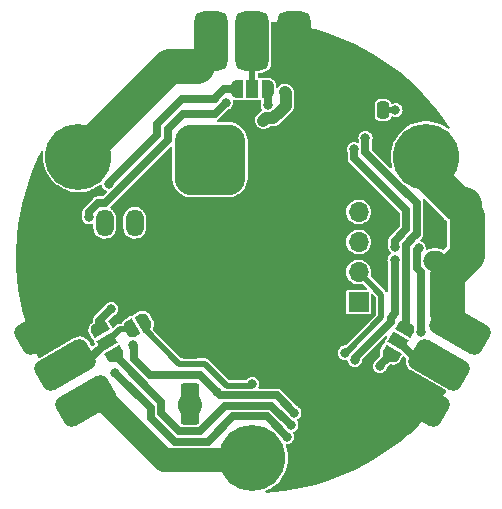
<source format=gbr>
%TF.GenerationSoftware,KiCad,Pcbnew,(7.0.0)*%
%TF.CreationDate,2023-06-29T15:53:58-07:00*%
%TF.ProjectId,GlowPrism Corner PCB,476c6f77-5072-4697-936d-20436f726e65,rev?*%
%TF.SameCoordinates,Original*%
%TF.FileFunction,Copper,L1,Top*%
%TF.FilePolarity,Positive*%
%FSLAX46Y46*%
G04 Gerber Fmt 4.6, Leading zero omitted, Abs format (unit mm)*
G04 Created by KiCad (PCBNEW (7.0.0)) date 2023-06-29 15:53:58*
%MOMM*%
%LPD*%
G01*
G04 APERTURE LIST*
G04 Aperture macros list*
%AMRoundRect*
0 Rectangle with rounded corners*
0 $1 Rounding radius*
0 $2 $3 $4 $5 $6 $7 $8 $9 X,Y pos of 4 corners*
0 Add a 4 corners polygon primitive as box body*
4,1,4,$2,$3,$4,$5,$6,$7,$8,$9,$2,$3,0*
0 Add four circle primitives for the rounded corners*
1,1,$1+$1,$2,$3*
1,1,$1+$1,$4,$5*
1,1,$1+$1,$6,$7*
1,1,$1+$1,$8,$9*
0 Add four rect primitives between the rounded corners*
20,1,$1+$1,$2,$3,$4,$5,0*
20,1,$1+$1,$4,$5,$6,$7,0*
20,1,$1+$1,$6,$7,$8,$9,0*
20,1,$1+$1,$8,$9,$2,$3,0*%
%AMRotRect*
0 Rectangle, with rotation*
0 The origin of the aperture is its center*
0 $1 length*
0 $2 width*
0 $3 Rotation angle, in degrees counterclockwise*
0 Add horizontal line*
21,1,$1,$2,0,0,$3*%
%AMFreePoly0*
4,1,19,0.550000,-0.750000,0.000000,-0.750000,0.000000,-0.744911,-0.071157,-0.744911,-0.207707,-0.704816,-0.327430,-0.627875,-0.420627,-0.520320,-0.479746,-0.390866,-0.500000,-0.250000,-0.500000,0.250000,-0.479746,0.390866,-0.420627,0.520320,-0.327430,0.627875,-0.207708,0.704817,-0.071157,0.744911,0.000000,0.744911,0.000000,0.750000,0.550000,0.750000,0.550000,-0.750000,0.550000,-0.750000,
$1*%
%AMFreePoly1*
4,1,19,0.000000,0.744911,0.071157,0.744911,0.207707,0.704816,0.327430,0.627875,0.420627,0.520320,0.479746,0.390866,0.500000,0.250000,0.500000,-0.250000,0.479746,-0.390866,0.420627,-0.520320,0.327430,-0.627875,0.207708,-0.704817,0.071157,-0.744911,0.000000,-0.744911,0.000000,-0.750000,-0.550000,-0.750000,-0.550000,0.750000,0.000000,0.750000,0.000000,0.744911,0.000000,0.744911,
$1*%
%AMFreePoly2*
4,1,19,0.500000,-0.750000,0.000000,-0.750000,-0.000001,-0.744911,-0.071157,-0.744911,-0.207708,-0.704817,-0.327430,-0.627875,-0.420627,-0.520320,-0.479746,-0.390866,-0.500000,-0.250000,-0.500000,0.250000,-0.479746,0.390866,-0.420627,0.520320,-0.327430,0.627875,-0.207707,0.704816,-0.071157,0.744911,0.000001,0.744911,0.000000,0.750000,0.500000,0.750000,0.500000,-0.750000,0.500000,-0.750000,
$1*%
%AMFreePoly3*
4,1,19,0.000001,0.744911,0.071157,0.744911,0.207708,0.704817,0.327430,0.627875,0.420627,0.520320,0.479746,0.390866,0.500000,0.250000,0.500000,-0.250000,0.479746,-0.390866,0.420627,-0.520320,0.327430,-0.627875,0.207707,-0.704816,0.071157,-0.744911,-0.000001,-0.744911,0.000000,-0.750000,-0.500000,-0.750000,-0.500000,0.750000,0.000000,0.750000,0.000001,0.744911,0.000001,0.744911,
$1*%
G04 Aperture macros list end*
%TA.AperFunction,SMDPad,CuDef*%
%ADD10RoundRect,0.700000X-0.700000X1.800000X-0.700000X-1.800000X0.700000X-1.800000X0.700000X1.800000X0*%
%TD*%
%TA.AperFunction,ComponentPad*%
%ADD11R,1.700000X1.700000*%
%TD*%
%TA.AperFunction,ComponentPad*%
%ADD12O,1.700000X1.700000*%
%TD*%
%TA.AperFunction,SMDPad,CuDef*%
%ADD13FreePoly0,60.000000*%
%TD*%
%TA.AperFunction,SMDPad,CuDef*%
%ADD14RotRect,1.000000X1.500000X60.000000*%
%TD*%
%TA.AperFunction,SMDPad,CuDef*%
%ADD15FreePoly1,60.000000*%
%TD*%
%TA.AperFunction,ComponentPad*%
%ADD16RoundRect,0.250000X-0.750000X0.600000X-0.750000X-0.600000X0.750000X-0.600000X0.750000X0.600000X0*%
%TD*%
%TA.AperFunction,ComponentPad*%
%ADD17O,2.000000X1.700000*%
%TD*%
%TA.AperFunction,SMDPad,CuDef*%
%ADD18RoundRect,0.700000X1.908846X-0.293782X-1.208846X1.506218X-1.908846X0.293782X1.208846X-1.506218X0*%
%TD*%
%TA.AperFunction,ComponentPad*%
%ADD19C,5.600000*%
%TD*%
%TA.AperFunction,SMDPad,CuDef*%
%ADD20FreePoly0,180.000000*%
%TD*%
%TA.AperFunction,SMDPad,CuDef*%
%ADD21R,1.000000X1.500000*%
%TD*%
%TA.AperFunction,SMDPad,CuDef*%
%ADD22FreePoly1,180.000000*%
%TD*%
%TA.AperFunction,SMDPad,CuDef*%
%ADD23FreePoly0,300.000000*%
%TD*%
%TA.AperFunction,SMDPad,CuDef*%
%ADD24RotRect,1.000000X1.500000X300.000000*%
%TD*%
%TA.AperFunction,SMDPad,CuDef*%
%ADD25FreePoly1,300.000000*%
%TD*%
%TA.AperFunction,ComponentPad*%
%ADD26R,1.500000X2.300000*%
%TD*%
%TA.AperFunction,ComponentPad*%
%ADD27O,1.500000X2.300000*%
%TD*%
%TA.AperFunction,SMDPad,CuDef*%
%ADD28FreePoly2,30.000000*%
%TD*%
%TA.AperFunction,SMDPad,CuDef*%
%ADD29FreePoly3,30.000000*%
%TD*%
%TA.AperFunction,SMDPad,CuDef*%
%ADD30RoundRect,0.700000X-1.208846X-1.506218X1.908846X0.293782X1.208846X1.506218X-1.908846X-0.293782X0*%
%TD*%
%TA.AperFunction,SMDPad,CuDef*%
%ADD31RoundRect,0.250000X-0.550000X1.500000X-0.550000X-1.500000X0.550000X-1.500000X0.550000X1.500000X0*%
%TD*%
%TA.AperFunction,ComponentPad*%
%ADD32RoundRect,1.500000X-1.500000X-1.500000X1.500000X-1.500000X1.500000X1.500000X-1.500000X1.500000X0*%
%TD*%
%TA.AperFunction,ComponentPad*%
%ADD33C,6.000000*%
%TD*%
%TA.AperFunction,SMDPad,CuDef*%
%ADD34RoundRect,0.250000X-0.250000X-0.475000X0.250000X-0.475000X0.250000X0.475000X-0.250000X0.475000X0*%
%TD*%
%TA.AperFunction,ViaPad*%
%ADD35C,0.800000*%
%TD*%
%TA.AperFunction,Conductor*%
%ADD36C,3.000000*%
%TD*%
%TA.AperFunction,Conductor*%
%ADD37C,2.000000*%
%TD*%
%TA.AperFunction,Conductor*%
%ADD38C,0.500000*%
%TD*%
%TA.AperFunction,Conductor*%
%ADD39C,1.000000*%
%TD*%
%TA.AperFunction,Conductor*%
%ADD40C,0.700000*%
%TD*%
%TA.AperFunction,Conductor*%
%ADD41C,5.000000*%
%TD*%
G04 APERTURE END LIST*
D10*
%TO.P,J5,1,Pin_1*%
%TO.N,VCC*%
X3500000Y18270000D03*
%TO.P,J5,2,Pin_2*%
%TO.N,Net-(J5-Pin_2)*%
X0Y18270000D03*
%TO.P,J5,3,Pin_3*%
%TO.N,GND*%
X-3500000Y18270000D03*
%TD*%
D11*
%TO.P,J8,1,Pin_1*%
%TO.N,GND*%
X8999999Y-3809999D03*
D12*
%TO.P,J8,2,Pin_2*%
%TO.N,AInput*%
X8999999Y-1269999D03*
%TO.P,J8,3,Pin_3*%
%TO.N,unconnected-(J8-Pin_3-Pad3)*%
X8999999Y1269999D03*
%TO.P,J8,4,Pin_4*%
%TO.N,+5V*%
X8999999Y3809999D03*
%TD*%
D13*
%TO.P,JP4,1,A*%
%TO.N,Net-(JP4-A)*%
X11704800Y-8271466D03*
D14*
%TO.P,JP4,2,C*%
%TO.N,Net-(J6-Pin_2)*%
X12354799Y-7145632D03*
D15*
%TO.P,JP4,3,B*%
%TO.N,Net-(JP4-B)*%
X13004800Y-6019800D03*
%TD*%
D16*
%TO.P,J9,1,Pin_1*%
%TO.N,VCC*%
X15468600Y2184400D03*
D17*
%TO.P,J9,2,Pin_2*%
%TO.N,GND*%
X15468599Y-315599D03*
%TD*%
D18*
%TO.P,J6,1,Pin_1*%
%TO.N,VCC*%
X14072284Y-12166089D03*
%TO.P,J6,2,Pin_2*%
%TO.N,Net-(J6-Pin_2)*%
X15822284Y-9135000D03*
%TO.P,J6,3,Pin_3*%
%TO.N,GND*%
X17572284Y-6103911D03*
%TD*%
D19*
%TO.P,H2,1,1*%
%TO.N,GND*%
X14722432Y8500000D03*
%TD*%
D20*
%TO.P,JP3,1,A*%
%TO.N,Net-(JP3-A)*%
X1304600Y14224000D03*
D21*
%TO.P,JP3,2,C*%
%TO.N,Net-(J5-Pin_2)*%
X4599Y14223999D03*
D22*
%TO.P,JP3,3,B*%
%TO.N,Net-(JP3-B)*%
X-1295400Y14224000D03*
%TD*%
D23*
%TO.P,JP2,1,A*%
%TO.N,Net-(JP2-A)*%
X-12954000Y-6045200D03*
D24*
%TO.P,JP2,2,C*%
%TO.N,Net-(J4-Pin_2)*%
X-12303999Y-7171032D03*
D25*
%TO.P,JP2,3,B*%
%TO.N,Net-(JP2-B)*%
X-11654000Y-8296866D03*
%TD*%
D26*
%TO.P,U1,1,IN*%
%TO.N,VCC*%
X-7416799Y2895599D03*
D27*
%TO.P,U1,2,GND*%
%TO.N,GND*%
X-9956799Y2895599D03*
%TO.P,U1,3,OUT*%
%TO.N,+5V*%
X-12496799Y2895599D03*
%TD*%
D28*
%TO.P,JP1,1,A*%
%TO.N,Net-(J4-Pin_2)*%
X-10295234Y-6111000D03*
D29*
%TO.P,JP1,2,B*%
%TO.N,AInput*%
X-9169400Y-5461000D03*
%TD*%
D19*
%TO.P,H1,1,1*%
%TO.N,GND*%
X0Y-17000000D03*
%TD*%
D30*
%TO.P,J4,1,Pin_1*%
%TO.N,VCC*%
X-17572284Y-6103911D03*
%TO.P,J4,2,Pin_2*%
%TO.N,Net-(J4-Pin_2)*%
X-15822284Y-9135000D03*
%TO.P,J4,3,Pin_3*%
%TO.N,GND*%
X-14072284Y-12166089D03*
%TD*%
D31*
%TO.P,C3,1*%
%TO.N,VCC*%
X-5308600Y-6826600D03*
%TO.P,C3,2*%
%TO.N,GND*%
X-5308600Y-12426600D03*
%TD*%
D19*
%TO.P,H3,1,1*%
%TO.N,GND*%
X-14722432Y8500000D03*
%TD*%
D32*
%TO.P,J7,1,Pin_1*%
%TO.N,GND*%
X-3600000Y8250000D03*
D33*
%TO.P,J7,2,Pin_2*%
%TO.N,VCC*%
X3600000Y8250000D03*
%TD*%
D34*
%TO.P,C5,1*%
%TO.N,VCC*%
X9159200Y12446000D03*
%TO.P,C5,2*%
%TO.N,GND*%
X11059200Y12446000D03*
%TD*%
D35*
%TO.N,GND*%
X12115800Y12446000D03*
%TO.N,VCC*%
X11450000Y2336800D03*
%TO.N,Net-(JP3-A)*%
X8626300Y9134300D03*
%TO.N,Net-(JP4-B)*%
X9575800Y10083800D03*
%TO.N,AInput*%
X7836733Y-8094778D03*
X-17919Y-10737900D03*
%TO.N,VCC*%
X3600000Y-6527800D03*
%TO.N,+5V*%
X-10079038Y-7423220D03*
X-3022600Y-11430000D03*
X3556000Y-13182600D03*
X12039600Y-279400D03*
X8667219Y-8692618D03*
%TO.N,Net-(JP2-B)*%
X3303206Y-14222794D03*
%TO.N,Net-(JP4-A)*%
X-11607800Y-9779000D03*
X10792535Y-9252895D03*
X2949308Y-15211692D03*
%TO.N,Net-(JP3-A)*%
X12065000Y889000D03*
X14071600Y762000D03*
X14322580Y-6362250D03*
%TO.N,VCC*%
X4191000Y16738600D03*
X2895600Y18846800D03*
X4216400Y18846800D03*
X12984600Y-10761178D03*
X-15849600Y-5740400D03*
X2870200Y16738600D03*
X12425800Y-11827978D03*
X-18059400Y-5740400D03*
X-17526000Y-6705600D03*
X3581400Y17805400D03*
X-16383000Y-4775200D03*
X14274800Y-12877800D03*
X-16967200Y-5740400D03*
X13741400Y-11836400D03*
X14833600Y-11811000D03*
%TO.N,GND*%
X-12349600Y-11802578D03*
X15925800Y-5765800D03*
X939800Y11557000D03*
X18415000Y-5791200D03*
X-5308600Y-13716000D03*
X-13462000Y-11811000D03*
X-2794000Y18796000D03*
X-5308600Y-11303000D03*
X16484600Y-4699000D03*
X-3454400Y17729200D03*
X17856200Y-6858000D03*
X-4129800Y16738600D03*
X2819400Y14020800D03*
X-2809000Y16738600D03*
X17170400Y-5765800D03*
X-12883000Y-10837378D03*
X-14630400Y-11912600D03*
X-5308600Y-12573000D03*
X-4114800Y18796000D03*
X-14097000Y-12877800D03*
%TO.N,Net-(JP2-A)*%
X-2235200Y13081000D03*
X-11963400Y-4394200D03*
X-13844614Y3363050D03*
%TO.N,Net-(JP3-A)*%
X1301523Y12853085D03*
%TO.N,Net-(JP3-B)*%
X-12163998Y6220398D03*
%TD*%
D36*
%TO.N,GND*%
X-7017232Y16205200D02*
X-4663200Y16205200D01*
X-14722432Y8500000D02*
X-7017232Y16205200D01*
D37*
X-4663200Y16205200D02*
X-4129800Y16738600D01*
X-12497311Y-12166089D02*
X-14072284Y-12166089D01*
X-176600Y-17176600D02*
X-7486800Y-17176600D01*
X0Y-17000000D02*
X-176600Y-17176600D01*
X-7486800Y-17176600D02*
X-12497311Y-12166089D01*
D38*
X15468600Y-315600D02*
X15468600Y-482600D01*
X15468600Y-482600D02*
X16484600Y-1498600D01*
D36*
X18168600Y185400D02*
X18168600Y3449092D01*
X16484600Y-1498600D02*
X18168600Y185400D01*
X16484600Y-4699000D02*
X16484600Y-1498600D01*
X17918600Y4484400D02*
X17918600Y3962400D01*
X14722432Y7158568D02*
X17396600Y4484400D01*
X17396600Y4484400D02*
X17918600Y4484400D01*
X14722432Y8500000D02*
X14722432Y7158568D01*
D38*
X11059200Y12446000D02*
X12115800Y12446000D01*
%TO.N,VCC*%
X7546000Y12446000D02*
X6600000Y11500000D01*
X9159200Y12446000D02*
X7546000Y12446000D01*
D39*
X11450000Y3552032D02*
X10896600Y4105432D01*
X11450000Y2336800D02*
X11450000Y3552032D01*
D40*
%TO.N,Net-(JP3-A)*%
X8626300Y8366300D02*
X8626300Y9134300D01*
X12917000Y4075600D02*
X8626300Y8366300D01*
%TO.N,Net-(JP4-B)*%
X9575800Y8887456D02*
X9575800Y10083800D01*
X11924028Y6539228D02*
X9575800Y8887456D01*
X13918600Y4544656D02*
X11924028Y6539228D01*
D38*
%TO.N,AInput*%
X-2162000Y-10887400D02*
X-167419Y-10887400D01*
X-167419Y-10887400D02*
X-17919Y-10737900D01*
X-6188000Y-9026600D02*
X-4022800Y-9026600D01*
X-9169400Y-6045200D02*
X-9169400Y-5461000D01*
X-6188000Y-9026600D02*
X-9169400Y-6045200D01*
X10922000Y-5105400D02*
X7932622Y-8094778D01*
X9000000Y-1270000D02*
X10922000Y-3192000D01*
X10922000Y-3192000D02*
X10922000Y-5105400D01*
X7932622Y-8094778D02*
X7836733Y-8094778D01*
X-4022800Y-9026600D02*
X-2162000Y-10887400D01*
D41*
%TO.N,VCC*%
X3600000Y8500000D02*
X6600000Y11500000D01*
X4500277Y16763101D02*
X4478658Y16763101D01*
X3600000Y-8241399D02*
X5731100Y-10372500D01*
X-14216165Y-1294200D02*
X-5209963Y-1294200D01*
X11886051Y-12836943D02*
X12372168Y-12372168D01*
X6600000Y11500000D02*
X6600000Y14663378D01*
X3600000Y8500000D02*
X3600000Y4648200D01*
X6600000Y14663378D02*
X4500277Y16763101D01*
D38*
X2242001Y-6883400D02*
X3600000Y-8241399D01*
D37*
X-5308600Y-6826600D02*
X-5308600Y-1392837D01*
D41*
X4478658Y16763101D02*
X4275214Y16966545D01*
X-16966545Y-4275214D02*
X-17009403Y-4087438D01*
X-17009403Y-4087438D02*
X-14216165Y-1294200D01*
D39*
X-7416800Y2895600D02*
X-7416800Y912637D01*
X-7416800Y912637D02*
X-5209963Y-1294200D01*
D41*
X5731100Y-10372500D02*
X8195544Y-12836943D01*
X8195544Y-12836943D02*
X11886051Y-12836943D01*
D37*
X-5308600Y-1392837D02*
X-5209963Y-1294200D01*
D41*
X-474030Y574170D02*
X-3341594Y574170D01*
X-3341594Y574170D02*
X-5209963Y-1294200D01*
X852299Y1900499D02*
X2092100Y3140300D01*
X2092100Y3140300D02*
X3600000Y4648200D01*
X2092100Y3140300D02*
X-474030Y574170D01*
X3600000Y4648200D02*
X3600000Y-6527800D01*
X3600000Y-6527800D02*
X3600000Y-8241399D01*
D39*
X10896600Y4105432D02*
X6502032Y8500000D01*
X6502032Y8500000D02*
X3600000Y8500000D01*
D40*
%TO.N,+5V*%
X3556000Y-13182600D02*
X2060800Y-11687400D01*
X-5384800Y-9982200D02*
X-8684008Y-9982200D01*
X-838200Y-11687400D02*
X-2765200Y-11687400D01*
X-3022600Y-11430000D02*
X-4470400Y-9982200D01*
X-2765200Y-11687400D02*
X-3022600Y-11430000D01*
X-4470400Y-9982200D02*
X-5384800Y-9982200D01*
X2060800Y-11687400D02*
X-838200Y-11687400D01*
X2222500Y-11849100D02*
X3556000Y-13182600D01*
X-10007600Y-8658608D02*
X-10007600Y-7670800D01*
X-8684008Y-9982200D02*
X-10007600Y-8658608D01*
X-10079038Y-7599362D02*
X-10079038Y-7423220D01*
X-10007600Y-7670800D02*
X-10079038Y-7599362D01*
X8667219Y-8555044D02*
X11738294Y-5483969D01*
X11738294Y-5151406D02*
X12114500Y-4775200D01*
X12039600Y-4700300D02*
X12039600Y-279400D01*
X12114500Y-4775200D02*
X12039600Y-4700300D01*
X8667219Y-8692618D02*
X8667219Y-8555044D01*
X11738294Y-5483969D02*
X11738294Y-5151406D01*
%TO.N,Net-(JP3-A)*%
X12065000Y1383200D02*
X12065000Y889000D01*
X13018600Y3985600D02*
X13018600Y2336800D01*
X13018600Y2336800D02*
X12065000Y1383200D01*
X12928600Y4075600D02*
X13018600Y3985600D01*
X12917000Y4075600D02*
X12928600Y4075600D01*
%TO.N,Net-(JP4-B)*%
X13918600Y1929800D02*
X13918600Y4544656D01*
X13014500Y-6010100D02*
X13014500Y1048403D01*
X13817600Y1828800D02*
X13918600Y1929800D01*
X13004800Y-6019800D02*
X13014500Y-6010100D01*
X13014500Y1048403D02*
X13794897Y1828800D01*
X13794897Y1828800D02*
X13817600Y1828800D01*
%TO.N,Net-(JP2-B)*%
X3268204Y-14257796D02*
X3303206Y-14222794D01*
X1597808Y-12587400D02*
X3268204Y-14257796D01*
X-2288029Y-12587400D02*
X1597808Y-12587400D01*
X-4427229Y-14726600D02*
X-2288029Y-12587400D01*
%TO.N,Net-(JP4-A)*%
X1225016Y-13487400D02*
X2949308Y-15211692D01*
X-3790200Y-15626600D02*
X-1651000Y-13487400D01*
X-8596200Y-12790600D02*
X-8596200Y-13593163D01*
X-8596200Y-13593163D02*
X-6562763Y-15626600D01*
X-11607800Y-9779000D02*
X-8596200Y-12790600D01*
X-6562763Y-15626600D02*
X-3790200Y-15626600D01*
X-1651000Y-13487400D02*
X1225016Y-13487400D01*
X10792535Y-9183731D02*
X10792535Y-9252895D01*
X11704800Y-8271466D02*
X10792535Y-9183731D01*
%TO.N,Net-(JP3-A)*%
X13918600Y-895499D02*
X13918600Y609000D01*
X13918600Y609000D02*
X14071600Y762000D01*
X14322580Y-1299479D02*
X13918600Y-895499D01*
X14322580Y-6362250D02*
X14322580Y-1299479D01*
D38*
%TO.N,Net-(J4-Pin_2)*%
X-11243967Y-6111000D02*
X-10295234Y-6111000D01*
X-12304000Y-7171033D02*
X-11243967Y-6111000D01*
D39*
%TO.N,GND*%
X2819400Y12816739D02*
X2401170Y12398509D01*
X2819400Y13028081D02*
X2819400Y12816739D01*
X2859038Y13878856D02*
X2768247Y13969647D01*
X2859038Y13067719D02*
X2859038Y13878856D01*
X2819400Y13028081D02*
X2859038Y13067719D01*
D40*
X2819400Y14020800D02*
X2819400Y13028081D01*
D37*
X-5308600Y-12426600D02*
X-5308600Y-12573000D01*
D39*
X2401170Y12398509D02*
X2401170Y12397803D01*
X2401170Y12397803D02*
X1756805Y11753438D01*
X1136238Y11753438D02*
X939800Y11557000D01*
X1756805Y11753438D02*
X1136238Y11753438D01*
D40*
%TO.N,Net-(J4-Pin_2)*%
X-12331818Y-7171033D02*
X-12304000Y-7171033D01*
X-15822284Y-9135000D02*
X-14295785Y-9135000D01*
X-14295785Y-9135000D02*
X-12331818Y-7171033D01*
D38*
%TO.N,Net-(J5-Pin_2)*%
X0Y14228600D02*
X4600Y14224000D01*
X0Y18270000D02*
X0Y14228600D01*
D40*
%TO.N,Net-(J6-Pin_2)*%
X15822284Y-9135000D02*
X14371985Y-9135000D01*
X14371985Y-9135000D02*
X12368709Y-7131724D01*
%TO.N,Net-(JP2-A)*%
X-7160103Y9881497D02*
X-12446000Y4595600D01*
X-7160103Y10839035D02*
X-5857938Y12141200D01*
X-12954000Y-5384800D02*
X-11963400Y-4394200D01*
X-12446000Y4595600D02*
X-13035278Y4595600D01*
X-3175000Y12141200D02*
X-2235200Y13081000D01*
X-5857938Y12141200D02*
X-3175000Y12141200D01*
X-13035278Y4595600D02*
X-13844614Y3786264D01*
X-12954000Y-6045200D02*
X-12954000Y-5384800D01*
X-13844614Y3786264D02*
X-13844614Y3363050D01*
X-7160103Y10839035D02*
X-7160103Y9881497D01*
%TO.N,Net-(JP2-B)*%
X-11642134Y-8296866D02*
X-7696200Y-12242800D01*
X-11654000Y-8296866D02*
X-11642134Y-8296866D01*
X-7696200Y-12242800D02*
X-7696200Y-13220371D01*
X-6189971Y-14726600D02*
X-4427229Y-14726600D01*
X-7696200Y-13220371D02*
X-6189971Y-14726600D01*
%TO.N,Net-(JP3-A)*%
X1304600Y12856162D02*
X1301523Y12853085D01*
X1304600Y14224000D02*
X1304600Y12856162D01*
%TO.N,Net-(JP3-B)*%
X-8102600Y10312400D02*
X-12163998Y6251002D01*
X-8102600Y11277600D02*
X-8102600Y10312400D01*
X-3185200Y13474503D02*
X-3185200Y13403792D01*
X-12163998Y6251002D02*
X-12163998Y6220398D01*
X-3185200Y13403792D02*
X-5976408Y13403792D01*
X-1295400Y14224000D02*
X-2435703Y14224000D01*
X-2435703Y14224000D02*
X-3185200Y13474503D01*
X-5976408Y13403792D02*
X-8102600Y11277600D01*
%TD*%
%TA.AperFunction,Conductor*%
%TO.N,VCC*%
G36*
X1790519Y19919137D02*
G01*
X1794943Y19918739D01*
X2682402Y19818747D01*
X2686805Y19818150D01*
X3568849Y19678448D01*
X3573220Y19677655D01*
X4448135Y19498515D01*
X4452467Y19497526D01*
X5318454Y19279316D01*
X5322736Y19278134D01*
X6178054Y19021294D01*
X6182280Y19019921D01*
X7025225Y18724962D01*
X7029384Y18723401D01*
X7858241Y18390923D01*
X7862326Y18389177D01*
X8675421Y18019852D01*
X8679424Y18017925D01*
X9475171Y17612471D01*
X9479083Y17610365D01*
X10255783Y17169650D01*
X10259597Y17167372D01*
X11015788Y16692226D01*
X11019496Y16689778D01*
X11753581Y16181202D01*
X11757175Y16178591D01*
X12467710Y15637589D01*
X12471184Y15634819D01*
X13156747Y15062470D01*
X13160092Y15059547D01*
X13819255Y14457045D01*
X13822467Y14453975D01*
X14453975Y13822467D01*
X14457045Y13819255D01*
X15059547Y13160092D01*
X15062470Y13156747D01*
X15634819Y12471184D01*
X15637589Y12467710D01*
X16178591Y11757175D01*
X16181202Y11753581D01*
X16688990Y11020634D01*
X16706565Y10967315D01*
X16692318Y10913012D01*
X16650833Y10875188D01*
X16595448Y10866005D01*
X16543978Y10888415D01*
X16517243Y10910849D01*
X16225225Y11102913D01*
X15912883Y11259777D01*
X15584443Y11379319D01*
X15244346Y11459923D01*
X14897191Y11500500D01*
X14547673Y11500500D01*
X14200518Y11459923D01*
X13860421Y11379319D01*
X13531981Y11259777D01*
X13529412Y11258487D01*
X13529410Y11258486D01*
X13456462Y11221850D01*
X13219639Y11102913D01*
X12927621Y10910849D01*
X12659874Y10686183D01*
X12420020Y10431953D01*
X12418305Y10429649D01*
X12418303Y10429647D01*
X12310850Y10285313D01*
X12211302Y10151596D01*
X12209871Y10149118D01*
X12209868Y10149113D01*
X12039043Y9853235D01*
X12036543Y9848904D01*
X12035408Y9846274D01*
X12035405Y9846267D01*
X11899247Y9530617D01*
X11898106Y9527971D01*
X11897283Y9525223D01*
X11897280Y9525214D01*
X11827180Y9291062D01*
X11797863Y9193136D01*
X11797364Y9190308D01*
X11797361Y9190294D01*
X11737670Y8851762D01*
X11737170Y8848927D01*
X11737003Y8846075D01*
X11737002Y8846059D01*
X11727064Y8675421D01*
X11716847Y8500000D01*
X11717014Y8497133D01*
X11737002Y8153940D01*
X11737004Y8153922D01*
X11737170Y8151073D01*
X11737667Y8148248D01*
X11737669Y8148240D01*
X11797361Y7809705D01*
X11797365Y7809687D01*
X11797863Y7806864D01*
X11798687Y7804110D01*
X11798691Y7804095D01*
X11840467Y7664554D01*
X11841823Y7612770D01*
X11816840Y7567390D01*
X11772360Y7540839D01*
X11720560Y7540387D01*
X11675624Y7566155D01*
X10155296Y9086485D01*
X10133836Y9118603D01*
X10126300Y9156489D01*
X10126300Y9823949D01*
X10133836Y9861835D01*
X10139501Y9875513D01*
X10160844Y9927038D01*
X10181482Y10083800D01*
X10160844Y10240562D01*
X10100336Y10386641D01*
X10004082Y10512082D01*
X9878641Y10608336D01*
X9732562Y10668844D01*
X9600859Y10686183D01*
X9582234Y10688635D01*
X9575800Y10689482D01*
X9569366Y10688635D01*
X9550741Y10686183D01*
X9419038Y10668844D01*
X9272959Y10608336D01*
X9147518Y10512082D01*
X9143563Y10506928D01*
X9077696Y10421088D01*
X9051264Y10386641D01*
X8990756Y10240562D01*
X8989909Y10234131D01*
X8989908Y10234126D01*
X8970965Y10090234D01*
X8970118Y10083800D01*
X8970965Y10077366D01*
X8989908Y9933473D01*
X8989909Y9933466D01*
X8990756Y9927038D01*
X8993239Y9921043D01*
X8993240Y9921040D01*
X9017764Y9861835D01*
X9025300Y9823949D01*
X9025300Y9767170D01*
X9013610Y9720502D01*
X8981302Y9684855D01*
X8936004Y9668647D01*
X8888415Y9675706D01*
X8789062Y9716859D01*
X8789060Y9716859D01*
X8783062Y9719344D01*
X8626300Y9739982D01*
X8469538Y9719344D01*
X8323459Y9658836D01*
X8198018Y9562582D01*
X8194063Y9557428D01*
X8134648Y9479997D01*
X8101764Y9437141D01*
X8041256Y9291062D01*
X8040409Y9284631D01*
X8040408Y9284626D01*
X8023539Y9156489D01*
X8020618Y9134300D01*
X8021465Y9127866D01*
X8040408Y8983973D01*
X8040409Y8983966D01*
X8041256Y8977538D01*
X8043739Y8971543D01*
X8043740Y8971540D01*
X8068264Y8912335D01*
X8075800Y8874449D01*
X8075800Y8377379D01*
X8075742Y8373999D01*
X8073538Y8309474D01*
X8075141Y8302897D01*
X8083567Y8268319D01*
X8085459Y8258363D01*
X8090308Y8223084D01*
X8090309Y8223080D01*
X8091230Y8216380D01*
X8093923Y8210178D01*
X8093926Y8210170D01*
X8099233Y8197953D01*
X8104611Y8181960D01*
X8107763Y8169027D01*
X8107764Y8169022D01*
X8109367Y8162448D01*
X8112683Y8156549D01*
X8112684Y8156548D01*
X8130130Y8125519D01*
X8134637Y8116446D01*
X8151520Y8077580D01*
X8155789Y8072332D01*
X8155796Y8072321D01*
X8164194Y8061999D01*
X8173687Y8048052D01*
X8180215Y8036442D01*
X8180218Y8036437D01*
X8183534Y8030541D01*
X8188314Y8025760D01*
X8188323Y8025749D01*
X8213496Y8000576D01*
X8220283Y7993055D01*
X8242743Y7965449D01*
X8242751Y7965441D01*
X8247022Y7960192D01*
X8252550Y7956289D01*
X8252554Y7956286D01*
X8263427Y7948611D01*
X8276335Y7937738D01*
X12439104Y3774972D01*
X12460564Y3742854D01*
X12468100Y3704968D01*
X12468100Y2605832D01*
X12460564Y2567946D01*
X12439104Y2535828D01*
X11683571Y1780296D01*
X11681140Y1777947D01*
X11638904Y1738502D01*
X11638901Y1738498D01*
X11633956Y1733880D01*
X11630436Y1728092D01*
X11611945Y1697685D01*
X11606242Y1689306D01*
X11580639Y1655542D01*
X11578155Y1649244D01*
X11578154Y1649242D01*
X11573268Y1636853D01*
X11565761Y1621739D01*
X11555328Y1604582D01*
X11553501Y1598060D01*
X11543896Y1563783D01*
X11540667Y1554181D01*
X11525124Y1514764D01*
X11524431Y1508033D01*
X11524430Y1508026D01*
X11523067Y1494776D01*
X11519917Y1478202D01*
X11518418Y1472849D01*
X11514500Y1458865D01*
X11514500Y1452092D01*
X11514500Y1416500D01*
X11513981Y1406376D01*
X11509648Y1364228D01*
X11510797Y1357559D01*
X11510798Y1357553D01*
X11513060Y1344439D01*
X11514500Y1327618D01*
X11514500Y1148851D01*
X11506964Y1110965D01*
X11479956Y1045762D01*
X11479109Y1039331D01*
X11479108Y1039326D01*
X11464818Y930779D01*
X11459318Y889000D01*
X11460165Y882566D01*
X11479108Y738673D01*
X11479109Y738666D01*
X11479956Y732238D01*
X11482439Y726243D01*
X11482440Y726240D01*
X11537980Y592154D01*
X11537982Y592149D01*
X11540464Y586159D01*
X11544411Y581015D01*
X11544414Y581010D01*
X11632763Y465871D01*
X11632767Y465866D01*
X11636718Y460718D01*
X11641866Y456767D01*
X11641867Y456767D01*
X11724857Y393087D01*
X11759007Y344315D01*
X11759007Y284775D01*
X11724856Y236003D01*
X11696725Y214417D01*
X11611318Y148882D01*
X11515064Y23441D01*
X11512581Y17447D01*
X11512580Y17445D01*
X11494635Y-25880D01*
X11454556Y-122638D01*
X11453709Y-129066D01*
X11453708Y-129073D01*
X11436189Y-262150D01*
X11433918Y-279400D01*
X11434765Y-285834D01*
X11453708Y-429726D01*
X11453709Y-429731D01*
X11454556Y-436162D01*
X11457039Y-442158D01*
X11457040Y-442159D01*
X11481564Y-501365D01*
X11489100Y-539251D01*
X11489100Y-2897553D01*
X11475086Y-2948330D01*
X11437012Y-2984732D01*
X11385657Y-2996453D01*
X11335560Y-2980175D01*
X11306936Y-2947410D01*
X11305821Y-2948171D01*
X11301646Y-2942047D01*
X11298425Y-2935358D01*
X11293668Y-2930231D01*
X11291829Y-2927640D01*
X11288565Y-2921462D01*
X11247810Y-2880707D01*
X11245242Y-2878040D01*
X11241177Y-2873659D01*
X11206055Y-2835806D01*
X11200305Y-2832486D01*
X11193577Y-2826474D01*
X10032510Y-1665407D01*
X10006481Y-1619458D01*
X10007777Y-1566665D01*
X10019656Y-1527504D01*
X10035300Y-1475934D01*
X10055583Y-1270000D01*
X10035300Y-1064066D01*
X9975232Y-866046D01*
X9877685Y-683550D01*
X9746410Y-523590D01*
X9647185Y-442159D01*
X9590208Y-395399D01*
X9590207Y-395398D01*
X9586450Y-392315D01*
X9582166Y-390025D01*
X9582163Y-390023D01*
X9408248Y-297063D01*
X9408246Y-297062D01*
X9403954Y-294768D01*
X9399293Y-293354D01*
X9210590Y-236112D01*
X9210586Y-236111D01*
X9205934Y-234700D01*
X9000000Y-214417D01*
X8995157Y-214894D01*
X8798908Y-234223D01*
X8798907Y-234223D01*
X8794066Y-234700D01*
X8789415Y-236110D01*
X8789409Y-236112D01*
X8600706Y-293354D01*
X8600702Y-293355D01*
X8596046Y-294768D01*
X8591757Y-297060D01*
X8591751Y-297063D01*
X8417836Y-390023D01*
X8417828Y-390028D01*
X8413550Y-392315D01*
X8409796Y-395394D01*
X8409791Y-395399D01*
X8257354Y-520500D01*
X8257348Y-520505D01*
X8253590Y-523590D01*
X8250505Y-527348D01*
X8250500Y-527354D01*
X8125399Y-679791D01*
X8125394Y-679796D01*
X8122315Y-683550D01*
X8120028Y-687828D01*
X8120023Y-687836D01*
X8027063Y-861751D01*
X8027060Y-861757D01*
X8024768Y-866046D01*
X8023355Y-870702D01*
X8023354Y-870706D01*
X7966112Y-1059409D01*
X7966110Y-1059415D01*
X7964700Y-1064066D01*
X7944417Y-1270000D01*
X7964700Y-1475934D01*
X7966111Y-1480586D01*
X7966112Y-1480590D01*
X8022175Y-1665407D01*
X8024768Y-1673954D01*
X8027062Y-1678246D01*
X8027063Y-1678248D01*
X8120023Y-1852163D01*
X8120025Y-1852166D01*
X8122315Y-1856450D01*
X8253590Y-2016410D01*
X8413550Y-2147685D01*
X8596046Y-2245232D01*
X8794066Y-2305300D01*
X9000000Y-2325583D01*
X9205934Y-2305300D01*
X9296665Y-2277776D01*
X9349457Y-2276481D01*
X9395406Y-2302510D01*
X9683392Y-2590496D01*
X9710486Y-2641186D01*
X9704852Y-2698386D01*
X9668389Y-2742815D01*
X9613388Y-2759500D01*
X8130252Y-2759500D01*
X8125494Y-2760446D01*
X8125488Y-2760447D01*
X8081333Y-2769230D01*
X8081330Y-2769231D01*
X8071769Y-2771133D01*
X8063663Y-2776549D01*
X8063659Y-2776551D01*
X8013558Y-2810028D01*
X8013555Y-2810030D01*
X8005448Y-2815448D01*
X8000030Y-2823555D01*
X8000028Y-2823558D01*
X7966551Y-2873659D01*
X7966549Y-2873663D01*
X7961133Y-2881769D01*
X7959231Y-2891330D01*
X7959230Y-2891333D01*
X7950447Y-2935488D01*
X7950446Y-2935494D01*
X7949500Y-2940252D01*
X7949500Y-4679748D01*
X7950446Y-4684506D01*
X7950447Y-4684511D01*
X7955991Y-4712382D01*
X7961133Y-4738231D01*
X7966550Y-4746338D01*
X7966551Y-4746340D01*
X7970691Y-4752536D01*
X8005448Y-4804552D01*
X8071769Y-4848867D01*
X8130252Y-4860500D01*
X9864890Y-4860500D01*
X9869748Y-4860500D01*
X9928231Y-4848867D01*
X9994552Y-4804552D01*
X10038867Y-4738231D01*
X10050500Y-4679748D01*
X10050500Y-3196612D01*
X10067185Y-3141611D01*
X10111614Y-3105148D01*
X10168814Y-3099514D01*
X10219504Y-3126608D01*
X10442504Y-3349608D01*
X10463964Y-3381726D01*
X10471500Y-3419612D01*
X10471500Y-4877788D01*
X10463964Y-4915674D01*
X10442504Y-4947792D01*
X7928220Y-7462074D01*
X7890040Y-7485816D01*
X7849654Y-7489794D01*
X7849654Y-7489943D01*
X7848139Y-7489943D01*
X7845296Y-7490223D01*
X7843169Y-7489943D01*
X7843167Y-7489943D01*
X7836733Y-7489096D01*
X7830299Y-7489943D01*
X7686406Y-7508886D01*
X7686399Y-7508887D01*
X7679971Y-7509734D01*
X7673976Y-7512217D01*
X7673973Y-7512218D01*
X7539887Y-7567758D01*
X7539882Y-7567760D01*
X7533892Y-7570242D01*
X7528748Y-7574189D01*
X7528743Y-7574192D01*
X7413604Y-7662541D01*
X7413599Y-7662545D01*
X7408451Y-7666496D01*
X7404500Y-7671644D01*
X7404496Y-7671649D01*
X7316147Y-7786788D01*
X7316144Y-7786793D01*
X7312197Y-7791937D01*
X7309715Y-7797927D01*
X7309713Y-7797932D01*
X7254173Y-7932018D01*
X7251689Y-7938016D01*
X7250842Y-7944444D01*
X7250841Y-7944451D01*
X7236531Y-8053151D01*
X7231051Y-8094778D01*
X7231898Y-8101212D01*
X7250841Y-8245104D01*
X7250842Y-8245109D01*
X7251689Y-8251540D01*
X7254172Y-8257536D01*
X7254173Y-8257537D01*
X7308541Y-8388794D01*
X7312197Y-8397619D01*
X7316146Y-8402766D01*
X7316147Y-8402767D01*
X7356570Y-8455448D01*
X7408451Y-8523060D01*
X7533892Y-8619314D01*
X7679971Y-8679822D01*
X7777167Y-8692618D01*
X7829995Y-8699573D01*
X7836733Y-8700460D01*
X7960570Y-8684156D01*
X8011375Y-8690845D01*
X8052031Y-8722041D01*
X8071643Y-8769386D01*
X8081327Y-8842944D01*
X8081328Y-8842949D01*
X8082175Y-8849380D01*
X8084658Y-8855375D01*
X8084659Y-8855377D01*
X8139423Y-8987590D01*
X8142683Y-8995459D01*
X8146632Y-9000606D01*
X8146633Y-9000607D01*
X8226251Y-9104368D01*
X8238937Y-9120900D01*
X8364378Y-9217154D01*
X8510457Y-9277662D01*
X8667219Y-9298300D01*
X8823981Y-9277662D01*
X8970060Y-9217154D01*
X9095501Y-9120900D01*
X9191755Y-8995459D01*
X9252263Y-8849380D01*
X9263167Y-8766550D01*
X9272528Y-8735689D01*
X9291312Y-8709474D01*
X11274809Y-6725977D01*
X11324228Y-6699146D01*
X11380289Y-6703558D01*
X11424904Y-6737792D01*
X11443675Y-6790802D01*
X11430548Y-6845483D01*
X11274199Y-7116288D01*
X11274196Y-7116293D01*
X11271769Y-7120498D01*
X11270207Y-7125096D01*
X11270206Y-7125101D01*
X11255736Y-7167728D01*
X11255735Y-7167730D01*
X11252602Y-7176962D01*
X11253239Y-7186689D01*
X11253129Y-7187528D01*
X11240712Y-7224102D01*
X11215246Y-7253142D01*
X11214575Y-7253656D01*
X11205833Y-7257968D01*
X11199406Y-7265296D01*
X11199404Y-7265298D01*
X11156449Y-7314279D01*
X11156445Y-7314284D01*
X11153241Y-7317938D01*
X11150809Y-7322149D01*
X11150807Y-7322153D01*
X10914185Y-7731993D01*
X10914185Y-7731994D01*
X10844058Y-7853457D01*
X10844054Y-7853464D01*
X10842296Y-7856510D01*
X10840986Y-7859780D01*
X10840984Y-7859786D01*
X10821984Y-7907244D01*
X10821981Y-7907253D01*
X10820670Y-7910528D01*
X10819838Y-7913953D01*
X10819835Y-7913966D01*
X10787608Y-8046811D01*
X10786773Y-8050254D01*
X10786437Y-8053765D01*
X10786436Y-8053776D01*
X10781578Y-8104659D01*
X10781577Y-8104671D01*
X10781243Y-8108177D01*
X10781411Y-8111704D01*
X10781411Y-8111706D01*
X10787915Y-8248259D01*
X10787916Y-8248268D01*
X10788084Y-8251792D01*
X10788752Y-8255261D01*
X10788753Y-8255264D01*
X10790073Y-8262115D01*
X10799096Y-8308928D01*
X10800248Y-8312259D01*
X10800251Y-8312267D01*
X10801895Y-8317015D01*
X10804819Y-8371587D01*
X10778343Y-8419396D01*
X10411091Y-8786648D01*
X10408661Y-8788996D01*
X10402922Y-8794356D01*
X10395618Y-8800544D01*
X10369400Y-8820662D01*
X10369393Y-8820668D01*
X10364253Y-8824613D01*
X10360305Y-8829757D01*
X10360303Y-8829760D01*
X10271949Y-8944905D01*
X10271946Y-8944910D01*
X10267999Y-8950054D01*
X10265517Y-8956044D01*
X10265515Y-8956049D01*
X10209975Y-9090135D01*
X10207491Y-9096133D01*
X10206644Y-9102561D01*
X10206643Y-9102568D01*
X10191558Y-9217154D01*
X10186853Y-9252895D01*
X10187700Y-9259329D01*
X10206643Y-9403221D01*
X10206644Y-9403226D01*
X10207491Y-9409657D01*
X10209974Y-9415653D01*
X10209975Y-9415654D01*
X10264571Y-9547462D01*
X10267999Y-9555736D01*
X10271948Y-9560883D01*
X10271949Y-9560884D01*
X10319027Y-9622238D01*
X10364253Y-9681177D01*
X10489694Y-9777431D01*
X10635773Y-9837939D01*
X10792535Y-9858577D01*
X10949297Y-9837939D01*
X11095376Y-9777431D01*
X11220817Y-9681177D01*
X11317071Y-9555736D01*
X11377579Y-9409657D01*
X11378426Y-9403218D01*
X11380105Y-9396956D01*
X11380690Y-9397112D01*
X11387470Y-9374754D01*
X11406257Y-9348532D01*
X11647813Y-9106976D01*
X11691055Y-9081667D01*
X11741152Y-9080772D01*
X11782784Y-9090871D01*
X11925911Y-9104537D01*
X11984029Y-9101769D01*
X12125209Y-9074560D01*
X12180196Y-9055529D01*
X12307991Y-8989646D01*
X12355388Y-8955895D01*
X12459446Y-8856676D01*
X12495416Y-8810937D01*
X12531360Y-8748679D01*
X12531358Y-8748681D01*
X12567303Y-8686423D01*
X12567304Y-8686422D01*
X12714203Y-8431983D01*
X12758100Y-8391761D01*
X12817130Y-8383989D01*
X12869942Y-8411481D01*
X12939649Y-8481189D01*
X13008063Y-8549603D01*
X13033685Y-8593982D01*
X13033686Y-8645227D01*
X13020470Y-8694553D01*
X13020468Y-8694562D01*
X13019126Y-8699573D01*
X13018855Y-8704751D01*
X13018854Y-8704759D01*
X13009490Y-8883425D01*
X13009490Y-8883430D01*
X13009219Y-8888606D01*
X13010029Y-8893725D01*
X13010030Y-8893728D01*
X13038019Y-9070445D01*
X13038020Y-9070450D01*
X13038831Y-9075568D01*
X13040686Y-9080402D01*
X13040688Y-9080407D01*
X13103849Y-9244947D01*
X13106667Y-9252288D01*
X13109492Y-9256638D01*
X13109493Y-9256640D01*
X13146344Y-9313386D01*
X13209763Y-9411042D01*
X13343614Y-9544892D01*
X13408610Y-9589563D01*
X16366842Y-11297498D01*
X16404403Y-11336104D01*
X16416192Y-11388662D01*
X16398719Y-11439613D01*
X16181202Y-11753581D01*
X16178591Y-11757175D01*
X15637589Y-12467710D01*
X15634819Y-12471184D01*
X15062470Y-13156747D01*
X15059547Y-13160092D01*
X14457045Y-13819255D01*
X14453975Y-13822467D01*
X13822467Y-14453975D01*
X13819255Y-14457045D01*
X13160092Y-15059547D01*
X13156747Y-15062470D01*
X12471184Y-15634819D01*
X12467710Y-15637589D01*
X11757175Y-16178591D01*
X11753581Y-16181202D01*
X11019496Y-16689778D01*
X11015788Y-16692226D01*
X10259597Y-17167372D01*
X10255783Y-17169650D01*
X9479083Y-17610365D01*
X9475171Y-17612471D01*
X8679424Y-18017925D01*
X8675421Y-18019852D01*
X7862326Y-18389177D01*
X7858241Y-18390923D01*
X7029384Y-18723401D01*
X7025225Y-18724962D01*
X6182280Y-19019921D01*
X6178054Y-19021294D01*
X5322736Y-19278134D01*
X5318454Y-19279316D01*
X4452467Y-19497526D01*
X4448135Y-19498515D01*
X3573220Y-19677655D01*
X3568849Y-19678448D01*
X2686805Y-19818150D01*
X2682402Y-19818747D01*
X1794944Y-19918739D01*
X1790520Y-19919137D01*
X1213164Y-19958064D01*
X1158637Y-19945947D01*
X1119348Y-19906244D01*
X1107803Y-19851594D01*
X1127678Y-19799393D01*
X1172645Y-19766258D01*
X1175812Y-19765104D01*
X1190451Y-19759777D01*
X1502793Y-19602913D01*
X1794811Y-19410849D01*
X2062558Y-19186183D01*
X2302412Y-18931953D01*
X2511130Y-18651596D01*
X2685889Y-18348904D01*
X2824326Y-18027971D01*
X2924569Y-17693136D01*
X2985262Y-17348927D01*
X3005585Y-17000000D01*
X2985262Y-16651073D01*
X2924569Y-16306864D01*
X2824326Y-15972029D01*
X2815143Y-15950741D01*
X2807759Y-15899682D01*
X2827069Y-15851837D01*
X2867830Y-15820206D01*
X2918967Y-15813379D01*
X2949308Y-15817374D01*
X3106070Y-15796736D01*
X3252149Y-15736228D01*
X3377590Y-15639974D01*
X3473844Y-15514533D01*
X3534352Y-15368454D01*
X3554990Y-15211692D01*
X3534352Y-15054930D01*
X3473983Y-14909188D01*
X3467295Y-14858381D01*
X3486906Y-14811035D01*
X3527563Y-14779839D01*
X3606047Y-14747330D01*
X3731488Y-14651076D01*
X3827742Y-14525635D01*
X3888250Y-14379556D01*
X3908888Y-14222794D01*
X3888250Y-14066032D01*
X3827742Y-13919953D01*
X3789867Y-13870594D01*
X3769505Y-13814645D01*
X3784916Y-13757134D01*
X3830526Y-13718864D01*
X3858841Y-13707136D01*
X3984282Y-13610882D01*
X4080536Y-13485441D01*
X4141044Y-13339362D01*
X4161682Y-13182600D01*
X4141044Y-13025838D01*
X4080536Y-12879759D01*
X3984282Y-12754318D01*
X3858841Y-12658064D01*
X3852847Y-12655581D01*
X3852845Y-12655580D01*
X3793639Y-12631056D01*
X3761521Y-12609596D01*
X2457896Y-11305971D01*
X2455547Y-11303540D01*
X2416102Y-11261304D01*
X2416098Y-11261301D01*
X2411480Y-11256356D01*
X2375285Y-11234345D01*
X2366905Y-11228642D01*
X2333142Y-11203039D01*
X2326844Y-11200555D01*
X2326842Y-11200554D01*
X2314453Y-11195668D01*
X2299339Y-11188161D01*
X2298593Y-11187707D01*
X2282182Y-11177728D01*
X2241384Y-11166296D01*
X2231780Y-11163067D01*
X2198656Y-11150005D01*
X2198655Y-11150004D01*
X2192364Y-11147524D01*
X2185633Y-11146831D01*
X2185626Y-11146830D01*
X2172376Y-11145467D01*
X2155802Y-11142317D01*
X2142988Y-11138727D01*
X2142984Y-11138726D01*
X2136465Y-11136900D01*
X2129692Y-11136900D01*
X2094100Y-11136900D01*
X2083976Y-11136381D01*
X2048563Y-11132740D01*
X2048560Y-11132740D01*
X2041828Y-11132048D01*
X2035159Y-11133197D01*
X2035153Y-11133198D01*
X2022039Y-11135460D01*
X2005218Y-11136900D01*
X614951Y-11136900D01*
X568283Y-11125210D01*
X532636Y-11092902D01*
X516428Y-11047604D01*
X523487Y-11000015D01*
X564640Y-10900662D01*
X564640Y-10900660D01*
X567125Y-10894662D01*
X587763Y-10737900D01*
X567125Y-10581138D01*
X506617Y-10435059D01*
X410363Y-10309618D01*
X284922Y-10213364D01*
X278928Y-10210881D01*
X278926Y-10210880D01*
X144840Y-10155340D01*
X144839Y-10155339D01*
X138843Y-10152856D01*
X132412Y-10152009D01*
X132407Y-10152008D01*
X-11485Y-10133065D01*
X-17919Y-10132218D01*
X-24353Y-10133065D01*
X-168245Y-10152008D01*
X-168250Y-10152009D01*
X-174681Y-10152856D01*
X-180677Y-10155339D01*
X-180678Y-10155340D01*
X-314764Y-10210880D01*
X-314766Y-10210881D01*
X-320760Y-10213364D01*
X-446201Y-10309618D01*
X-450155Y-10314771D01*
X-514147Y-10398167D01*
X-548902Y-10426690D01*
X-592689Y-10436900D01*
X-1934389Y-10436900D01*
X-1972275Y-10429364D01*
X-2004393Y-10407904D01*
X-3682430Y-8729865D01*
X-3689825Y-8721589D01*
X-3708292Y-8698433D01*
X-3708296Y-8698429D01*
X-3712921Y-8692630D01*
X-3719047Y-8688452D01*
X-3719056Y-8688445D01*
X-3760548Y-8660156D01*
X-3763565Y-8658016D01*
X-3803951Y-8628210D01*
X-3803954Y-8628208D01*
X-3809918Y-8623807D01*
X-3816502Y-8621502D01*
X-3819354Y-8620062D01*
X-3825127Y-8616128D01*
X-3832205Y-8613944D01*
X-3832213Y-8613941D01*
X-3880209Y-8599136D01*
X-3883724Y-8597980D01*
X-3931101Y-8581402D01*
X-3931109Y-8581400D01*
X-3938101Y-8578954D01*
X-3945075Y-8578692D01*
X-3948222Y-8578158D01*
X-3954898Y-8576100D01*
X-3962314Y-8576100D01*
X-4012516Y-8576100D01*
X-4016218Y-8576031D01*
X-4066394Y-8574153D01*
X-4066397Y-8574153D01*
X-4073810Y-8573876D01*
X-4080222Y-8575594D01*
X-4089235Y-8576100D01*
X-5960389Y-8576100D01*
X-5998275Y-8568564D01*
X-6030393Y-8547104D01*
X-8421223Y-6156272D01*
X-8443700Y-6121600D01*
X-8450066Y-6080773D01*
X-8439214Y-6040904D01*
X-8399249Y-5963382D01*
X-8385337Y-5936396D01*
X-8384180Y-5933054D01*
X-8367461Y-5884748D01*
X-8367458Y-5884739D01*
X-8366306Y-5881409D01*
X-8363861Y-5868725D01*
X-8339766Y-5743704D01*
X-8339764Y-5743694D01*
X-8339097Y-5740229D01*
X-8338929Y-5736702D01*
X-8338928Y-5736694D01*
X-8336497Y-5685640D01*
X-8336497Y-5685638D01*
X-8336329Y-5682111D01*
X-8336663Y-5678605D01*
X-8336664Y-5678593D01*
X-8349659Y-5542493D01*
X-8349661Y-5542479D01*
X-8349995Y-5538984D01*
X-8350824Y-5535563D01*
X-8350826Y-5535556D01*
X-8362878Y-5485873D01*
X-8362880Y-5485866D01*
X-8363712Y-5482437D01*
X-8365021Y-5479166D01*
X-8365025Y-5479155D01*
X-8415838Y-5352229D01*
X-8415844Y-5352216D01*
X-8417149Y-5348957D01*
X-8430841Y-5325242D01*
X-8444478Y-5301621D01*
X-8444487Y-5301606D01*
X-8446245Y-5298563D01*
X-8448425Y-5295790D01*
X-8448429Y-5295785D01*
X-8455165Y-5287219D01*
X-8463077Y-5275527D01*
X-8655615Y-4942042D01*
X-8661786Y-4929340D01*
X-8665833Y-4919229D01*
X-8665842Y-4919210D01*
X-8667149Y-4915946D01*
X-8668911Y-4912893D01*
X-8668917Y-4912882D01*
X-8694474Y-4868617D01*
X-8694477Y-4868611D01*
X-8696243Y-4865554D01*
X-8698418Y-4862787D01*
X-8698427Y-4862775D01*
X-8782932Y-4755318D01*
X-8782941Y-4755308D01*
X-8785121Y-4752536D01*
X-8787676Y-4750099D01*
X-8787684Y-4750091D01*
X-8824670Y-4714824D01*
X-8824684Y-4714812D01*
X-8827233Y-4712382D01*
X-8830106Y-4710335D01*
X-8830116Y-4710328D01*
X-8941464Y-4631038D01*
X-8941478Y-4631029D01*
X-8944352Y-4628983D01*
X-8947492Y-4627364D01*
X-8947499Y-4627360D01*
X-8992925Y-4603942D01*
X-8992928Y-4603940D01*
X-8996068Y-4602322D01*
X-8999401Y-4601168D01*
X-8999409Y-4601165D01*
X-9128602Y-4556450D01*
X-9128609Y-4556447D01*
X-9131938Y-4555296D01*
X-9135400Y-4554628D01*
X-9135403Y-4554628D01*
X-9185601Y-4544953D01*
X-9185605Y-4544952D01*
X-9189074Y-4544284D01*
X-9192595Y-4544116D01*
X-9192606Y-4544115D01*
X-9329159Y-4537611D01*
X-9329161Y-4537611D01*
X-9332689Y-4537443D01*
X-9336195Y-4537777D01*
X-9336206Y-4537778D01*
X-9387089Y-4542636D01*
X-9387097Y-4542637D01*
X-9390612Y-4542973D01*
X-9530338Y-4576870D01*
X-9549920Y-4584710D01*
X-9581076Y-4597183D01*
X-9581080Y-4597185D01*
X-9584357Y-4598497D01*
X-9646612Y-4634440D01*
X-9646618Y-4634443D01*
X-10076266Y-4882500D01*
X-10076270Y-4882503D01*
X-10079627Y-4884441D01*
X-10129333Y-4924692D01*
X-10155615Y-4965164D01*
X-10194275Y-4999746D01*
X-10245116Y-5010033D01*
X-10254172Y-5009439D01*
X-10254176Y-5009439D01*
X-10263904Y-5008802D01*
X-10339435Y-5034441D01*
X-10601318Y-5185639D01*
X-10710190Y-5248496D01*
X-10831646Y-5318618D01*
X-10831649Y-5318620D01*
X-10834706Y-5320385D01*
X-10837480Y-5322567D01*
X-10837485Y-5322570D01*
X-10853762Y-5335371D01*
X-10880444Y-5356354D01*
X-10979663Y-5460412D01*
X-10981712Y-5463290D01*
X-11011358Y-5504921D01*
X-11011361Y-5504926D01*
X-11013414Y-5507809D01*
X-11046185Y-5571377D01*
X-11064480Y-5606864D01*
X-11100949Y-5646034D01*
X-11152475Y-5660500D01*
X-11213103Y-5660500D01*
X-11224187Y-5659878D01*
X-11253629Y-5656560D01*
X-11253633Y-5656560D01*
X-11261002Y-5655730D01*
X-11268289Y-5657108D01*
X-11268295Y-5657109D01*
X-11317631Y-5666444D01*
X-11321279Y-5667064D01*
X-11370917Y-5674546D01*
X-11378254Y-5675652D01*
X-11384549Y-5678684D01*
X-11387569Y-5679677D01*
X-11394439Y-5680977D01*
X-11431321Y-5700470D01*
X-11445391Y-5707906D01*
X-11448695Y-5709574D01*
X-11493929Y-5731358D01*
X-11500609Y-5734575D01*
X-11505726Y-5739322D01*
X-11508330Y-5741170D01*
X-11514505Y-5744434D01*
X-11519747Y-5749675D01*
X-11519747Y-5749676D01*
X-11555271Y-5785200D01*
X-11557938Y-5787768D01*
X-11594720Y-5821896D01*
X-11594721Y-5821898D01*
X-11600161Y-5826945D01*
X-11603479Y-5832693D01*
X-11609487Y-5839416D01*
X-11747275Y-5977204D01*
X-11800088Y-6004696D01*
X-11859118Y-5996925D01*
X-11903015Y-5956700D01*
X-12091495Y-5630244D01*
X-12091496Y-5630244D01*
X-12161618Y-5508787D01*
X-12161624Y-5508778D01*
X-12163385Y-5505728D01*
X-12165564Y-5502957D01*
X-12165577Y-5502938D01*
X-12167633Y-5500324D01*
X-12187163Y-5457092D01*
X-12184339Y-5409738D01*
X-12159809Y-5369134D01*
X-11757877Y-4967202D01*
X-11725758Y-4945742D01*
X-11660559Y-4918736D01*
X-11535118Y-4822482D01*
X-11481446Y-4752536D01*
X-11442814Y-4702189D01*
X-11442813Y-4702188D01*
X-11438864Y-4697041D01*
X-11429688Y-4674890D01*
X-11380840Y-4556959D01*
X-11380839Y-4556958D01*
X-11378356Y-4550962D01*
X-11377509Y-4544531D01*
X-11377508Y-4544526D01*
X-11358565Y-4400634D01*
X-11357718Y-4394200D01*
X-11358565Y-4387766D01*
X-11377508Y-4243873D01*
X-11377509Y-4243866D01*
X-11378356Y-4237438D01*
X-11398553Y-4188677D01*
X-11436380Y-4097354D01*
X-11436382Y-4097349D01*
X-11438864Y-4091359D01*
X-11442811Y-4086215D01*
X-11442814Y-4086210D01*
X-11531163Y-3971071D01*
X-11531167Y-3971066D01*
X-11535118Y-3965918D01*
X-11540266Y-3961967D01*
X-11540271Y-3961963D01*
X-11655410Y-3873614D01*
X-11655415Y-3873611D01*
X-11660559Y-3869664D01*
X-11666549Y-3867182D01*
X-11666554Y-3867180D01*
X-11800640Y-3811640D01*
X-11800643Y-3811639D01*
X-11806638Y-3809156D01*
X-11813066Y-3808309D01*
X-11813073Y-3808308D01*
X-11956966Y-3789365D01*
X-11963400Y-3788518D01*
X-11969834Y-3789365D01*
X-12113726Y-3808308D01*
X-12113731Y-3808309D01*
X-12120162Y-3809156D01*
X-12126158Y-3811639D01*
X-12126159Y-3811640D01*
X-12260245Y-3867180D01*
X-12260247Y-3867181D01*
X-12266241Y-3869664D01*
X-12391682Y-3965918D01*
X-12487936Y-4091359D01*
X-12514942Y-4156558D01*
X-12536402Y-4188677D01*
X-13335428Y-4987703D01*
X-13337859Y-4990052D01*
X-13385044Y-5034120D01*
X-13388560Y-5039902D01*
X-13407057Y-5070319D01*
X-13412761Y-5078699D01*
X-13438361Y-5112458D01*
X-13445728Y-5131140D01*
X-13453234Y-5146254D01*
X-13463672Y-5163418D01*
X-13465499Y-5169938D01*
X-13465500Y-5169941D01*
X-13475102Y-5204213D01*
X-13478331Y-5213816D01*
X-13493876Y-5253236D01*
X-13494568Y-5259969D01*
X-13495929Y-5273208D01*
X-13499079Y-5289790D01*
X-13504500Y-5309135D01*
X-13504500Y-5315907D01*
X-13504500Y-5351500D01*
X-13505019Y-5361624D01*
X-13509352Y-5403772D01*
X-13508201Y-5410446D01*
X-13505940Y-5423561D01*
X-13504500Y-5440382D01*
X-13504500Y-5489389D01*
X-13516052Y-5535798D01*
X-13547707Y-5571039D01*
X-13549446Y-5572043D01*
X-13552226Y-5574229D01*
X-13552230Y-5574232D01*
X-13659681Y-5658732D01*
X-13659684Y-5658735D01*
X-13662464Y-5660921D01*
X-13664906Y-5663482D01*
X-13664908Y-5663484D01*
X-13700175Y-5700470D01*
X-13700180Y-5700476D01*
X-13702618Y-5703033D01*
X-13704670Y-5705915D01*
X-13704671Y-5705916D01*
X-13783961Y-5817264D01*
X-13783964Y-5817268D01*
X-13786017Y-5820152D01*
X-13812678Y-5871868D01*
X-13859704Y-6007738D01*
X-13870716Y-6064874D01*
X-13877557Y-6208489D01*
X-13872027Y-6266412D01*
X-13838130Y-6406138D01*
X-13816503Y-6460157D01*
X-13780558Y-6522415D01*
X-13780560Y-6522413D01*
X-13744616Y-6584671D01*
X-13744615Y-6584672D01*
X-13505559Y-6998728D01*
X-13452967Y-7058698D01*
X-13444216Y-7063013D01*
X-13443557Y-7063519D01*
X-13418085Y-7092563D01*
X-13405669Y-7129144D01*
X-13405560Y-7129971D01*
X-13406198Y-7139704D01*
X-13387031Y-7196168D01*
X-13332939Y-7289857D01*
X-13320052Y-7330728D01*
X-13325645Y-7373217D01*
X-13348671Y-7409361D01*
X-13480372Y-7541062D01*
X-13533185Y-7568554D01*
X-13592215Y-7560783D01*
X-13636112Y-7520558D01*
X-13864107Y-7125662D01*
X-13864119Y-7125642D01*
X-13865093Y-7123956D01*
X-13866196Y-7122351D01*
X-13866207Y-7122333D01*
X-13907189Y-7062704D01*
X-13907194Y-7062698D01*
X-13909764Y-7058958D01*
X-13912975Y-7055747D01*
X-13912977Y-7055744D01*
X-14039943Y-6928777D01*
X-14039948Y-6928772D01*
X-14043614Y-6925107D01*
X-14047965Y-6922281D01*
X-14047968Y-6922279D01*
X-14198015Y-6824837D01*
X-14198021Y-6824833D01*
X-14202368Y-6822011D01*
X-14207203Y-6820154D01*
X-14207209Y-6820152D01*
X-14374248Y-6756032D01*
X-14374255Y-6756029D01*
X-14379088Y-6754175D01*
X-14384203Y-6753364D01*
X-14384210Y-6753363D01*
X-14560927Y-6725374D01*
X-14560930Y-6725373D01*
X-14566050Y-6724563D01*
X-14571225Y-6724834D01*
X-14571230Y-6724834D01*
X-14749896Y-6734198D01*
X-14749897Y-6734198D01*
X-14755083Y-6734470D01*
X-14760093Y-6735812D01*
X-14760096Y-6735813D01*
X-14933542Y-6782288D01*
X-14933544Y-6782289D01*
X-14937926Y-6783463D01*
X-14942015Y-6785413D01*
X-14942022Y-6785416D01*
X-15007356Y-6816579D01*
X-15007363Y-6816583D01*
X-15009110Y-6817416D01*
X-15085757Y-6861668D01*
X-17968438Y-8525985D01*
X-18021146Y-8539196D01*
X-18072888Y-8522598D01*
X-18108075Y-8481190D01*
X-18389177Y-7862326D01*
X-18390923Y-7858241D01*
X-18723401Y-7029384D01*
X-18724962Y-7025225D01*
X-19019921Y-6182280D01*
X-19021294Y-6178054D01*
X-19278134Y-5322736D01*
X-19279316Y-5318454D01*
X-19497526Y-4452467D01*
X-19498515Y-4448135D01*
X-19677655Y-3573220D01*
X-19678448Y-3568849D01*
X-19818150Y-2686805D01*
X-19818747Y-2682402D01*
X-19918739Y-1794944D01*
X-19919137Y-1790520D01*
X-19979213Y-899483D01*
X-19979412Y-895044D01*
X-19999450Y-2221D01*
X-19999450Y2221D01*
X-19979412Y895044D01*
X-19979213Y899483D01*
X-19954232Y1270000D01*
X7944417Y1270000D01*
X7964700Y1064066D01*
X7966110Y1059415D01*
X7966112Y1059409D01*
X8023354Y870706D01*
X8024768Y866046D01*
X8027060Y861757D01*
X8027063Y861751D01*
X8120023Y687836D01*
X8120028Y687828D01*
X8122315Y683550D01*
X8125394Y679796D01*
X8125399Y679791D01*
X8250500Y527354D01*
X8250505Y527348D01*
X8253590Y523590D01*
X8257348Y520505D01*
X8257354Y520500D01*
X8409791Y395399D01*
X8409796Y395394D01*
X8413550Y392315D01*
X8417828Y390028D01*
X8417836Y390023D01*
X8591751Y297063D01*
X8591757Y297060D01*
X8596046Y294768D01*
X8600702Y293355D01*
X8600706Y293354D01*
X8789409Y236112D01*
X8789415Y236110D01*
X8794066Y234700D01*
X8798907Y234223D01*
X8798908Y234223D01*
X8995157Y214894D01*
X9000000Y214417D01*
X9205934Y234700D01*
X9210586Y236111D01*
X9210590Y236112D01*
X9399293Y293354D01*
X9399294Y293354D01*
X9403954Y294768D01*
X9417157Y301825D01*
X9582163Y390023D01*
X9582166Y390025D01*
X9586450Y392315D01*
X9642421Y438249D01*
X9742645Y520500D01*
X9746410Y523590D01*
X9877685Y683550D01*
X9975232Y866046D01*
X10035300Y1064066D01*
X10055583Y1270000D01*
X10035300Y1475934D01*
X9975232Y1673954D01*
X9877685Y1856450D01*
X9746410Y2016410D01*
X9586450Y2147685D01*
X9403954Y2245232D01*
X9205934Y2305300D01*
X9000000Y2325583D01*
X8794066Y2305300D01*
X8596046Y2245232D01*
X8413550Y2147685D01*
X8253590Y2016410D01*
X8250500Y2012645D01*
X8192553Y1942036D01*
X8122315Y1856450D01*
X8120025Y1852166D01*
X8120023Y1852163D01*
X8035134Y1693347D01*
X8024768Y1673954D01*
X8023354Y1669294D01*
X8023354Y1669293D01*
X7967863Y1486360D01*
X7964700Y1475934D01*
X7944417Y1270000D01*
X-19954232Y1270000D01*
X-19919137Y1790520D01*
X-19918739Y1794944D01*
X-19818747Y2682402D01*
X-19818150Y2686805D01*
X-19678448Y3568849D01*
X-19677655Y3573220D01*
X-19498515Y4448135D01*
X-19497526Y4452467D01*
X-19279316Y5318454D01*
X-19278134Y5322736D01*
X-19021294Y6178054D01*
X-19019921Y6182280D01*
X-18724962Y7025225D01*
X-18723401Y7029384D01*
X-18390923Y7858241D01*
X-18389177Y7862326D01*
X-18019852Y8675421D01*
X-18017925Y8679424D01*
X-17889960Y8930568D01*
X-17851847Y8971012D01*
X-17797948Y8984550D01*
X-17745247Y8966915D01*
X-17710351Y8923665D01*
X-17704255Y8868429D01*
X-17707694Y8848927D01*
X-17728017Y8500000D01*
X-17727850Y8497133D01*
X-17710425Y8197953D01*
X-17707694Y8151073D01*
X-17647001Y7806864D01*
X-17546758Y7472029D01*
X-17408321Y7151096D01*
X-17233562Y6848404D01*
X-17024844Y6568047D01*
X-16784990Y6313817D01*
X-16517243Y6089151D01*
X-16479874Y6064573D01*
X-16233711Y5902668D01*
X-16225225Y5897087D01*
X-16222648Y5895793D01*
X-16222645Y5895791D01*
X-15915453Y5741513D01*
X-15915443Y5741508D01*
X-15912883Y5740223D01*
X-15910182Y5739240D01*
X-15910180Y5739239D01*
X-15624757Y5635354D01*
X-15584443Y5620681D01*
X-15581642Y5620017D01*
X-15581635Y5620015D01*
X-15261152Y5544060D01*
X-15244346Y5540077D01*
X-15241489Y5539743D01*
X-15241483Y5539742D01*
X-14900052Y5499834D01*
X-14900045Y5499833D01*
X-14897191Y5499500D01*
X-14550557Y5499500D01*
X-14547673Y5499500D01*
X-14544819Y5499833D01*
X-14544811Y5499834D01*
X-14203380Y5539742D01*
X-14203371Y5539743D01*
X-14200518Y5540077D01*
X-14197710Y5540742D01*
X-14197707Y5540743D01*
X-13863228Y5620015D01*
X-13863216Y5620018D01*
X-13860421Y5620681D01*
X-13857724Y5621662D01*
X-13857716Y5621665D01*
X-13534683Y5739239D01*
X-13534674Y5739242D01*
X-13531981Y5740223D01*
X-13529426Y5741505D01*
X-13529410Y5741513D01*
X-13222218Y5895791D01*
X-13222207Y5895796D01*
X-13219639Y5897087D01*
X-13217233Y5898668D01*
X-13217225Y5898674D01*
X-12930022Y6087571D01*
X-12930012Y6087578D01*
X-12927621Y6089151D01*
X-12925430Y6090988D01*
X-12925405Y6091008D01*
X-12905726Y6107520D01*
X-12861402Y6128778D01*
X-12812317Y6126095D01*
X-12770574Y6100132D01*
X-12749847Y6063302D01*
X-12749042Y6063636D01*
X-12688534Y5917557D01*
X-12592280Y5792116D01*
X-12466839Y5695862D01*
X-12460848Y5693380D01*
X-12460844Y5693378D01*
X-12361485Y5652223D01*
X-12322843Y5623564D01*
X-12302273Y5580073D01*
X-12304634Y5532021D01*
X-12329366Y5490758D01*
X-12578959Y5241166D01*
X-12645029Y5175096D01*
X-12677146Y5153636D01*
X-12715032Y5146100D01*
X-13024199Y5146100D01*
X-13027579Y5146158D01*
X-13027643Y5146160D01*
X-13092104Y5148362D01*
X-13101147Y5146158D01*
X-13133259Y5138332D01*
X-13143221Y5136438D01*
X-13185198Y5130670D01*
X-13203623Y5122665D01*
X-13219623Y5117286D01*
X-13239130Y5112533D01*
X-13276066Y5091764D01*
X-13285136Y5087259D01*
X-13323998Y5070380D01*
X-13339573Y5057707D01*
X-13353536Y5048205D01*
X-13371037Y5038366D01*
X-13375828Y5033574D01*
X-13375829Y5033574D01*
X-13401003Y5008399D01*
X-13408509Y5001624D01*
X-13441386Y4974878D01*
X-13452965Y4958472D01*
X-13463835Y4945566D01*
X-14226085Y4183316D01*
X-14228455Y4181027D01*
X-14275658Y4136944D01*
X-14297674Y4100738D01*
X-14303361Y4092381D01*
X-14328975Y4058606D01*
X-14336343Y4039920D01*
X-14343848Y4024809D01*
X-14354286Y4007646D01*
X-14356113Y4001124D01*
X-14365717Y3966846D01*
X-14368942Y3957253D01*
X-14384490Y3917828D01*
X-14386543Y3897856D01*
X-14389696Y3881267D01*
X-14395114Y3861929D01*
X-14395114Y3855159D01*
X-14395114Y3819564D01*
X-14395633Y3809440D01*
X-14399966Y3767292D01*
X-14396554Y3747503D01*
X-14395114Y3730682D01*
X-14395114Y3622901D01*
X-14402650Y3585015D01*
X-14406094Y3576701D01*
X-14429658Y3519812D01*
X-14450296Y3363050D01*
X-14449449Y3356616D01*
X-14447432Y3341295D01*
X-14429658Y3206288D01*
X-14369150Y3060209D01*
X-14272896Y2934768D01*
X-14267742Y2930813D01*
X-14152603Y2842464D01*
X-14147455Y2838514D01*
X-14141461Y2836031D01*
X-14141459Y2836030D01*
X-14007373Y2780490D01*
X-14001376Y2778006D01*
X-13994945Y2777159D01*
X-13994940Y2777158D01*
X-13851048Y2758215D01*
X-13844614Y2757368D01*
X-13838180Y2758215D01*
X-13694287Y2777158D01*
X-13694280Y2777159D01*
X-13687852Y2778006D01*
X-13681857Y2780489D01*
X-13681854Y2780490D01*
X-13584186Y2820946D01*
X-13536596Y2828005D01*
X-13491299Y2811798D01*
X-13458990Y2776150D01*
X-13447300Y2729482D01*
X-13447300Y2447394D01*
X-13432645Y2303279D01*
X-13374774Y2118832D01*
X-13280959Y1949809D01*
X-13277688Y1945999D01*
X-13158308Y1806938D01*
X-13158304Y1806934D01*
X-13155040Y1803132D01*
X-13002173Y1684804D01*
X-12997669Y1682594D01*
X-12997668Y1682594D01*
X-12833118Y1601878D01*
X-12833115Y1601876D01*
X-12828616Y1599670D01*
X-12823769Y1598415D01*
X-12823761Y1598412D01*
X-12646333Y1552473D01*
X-12641474Y1551215D01*
X-12636464Y1550960D01*
X-12636458Y1550960D01*
X-12453426Y1541678D01*
X-12453422Y1541678D01*
X-12448410Y1541424D01*
X-12443452Y1542183D01*
X-12443442Y1542184D01*
X-12262294Y1569935D01*
X-12262285Y1569937D01*
X-12257326Y1570697D01*
X-12252617Y1572440D01*
X-12252613Y1572442D01*
X-12080758Y1636090D01*
X-12080747Y1636094D01*
X-12076047Y1637836D01*
X-12071788Y1640490D01*
X-12071783Y1640493D01*
X-11916254Y1737434D01*
X-11916246Y1737439D01*
X-11911993Y1740091D01*
X-11908361Y1743542D01*
X-11908355Y1743548D01*
X-11775516Y1869821D01*
X-11775512Y1869824D01*
X-11771881Y1873277D01*
X-11769021Y1877385D01*
X-11769015Y1877393D01*
X-11664315Y2027820D01*
X-11664311Y2027827D01*
X-11661447Y2031942D01*
X-11659468Y2036553D01*
X-11659465Y2036559D01*
X-11587190Y2204979D01*
X-11587187Y2204986D01*
X-11585213Y2209588D01*
X-11584205Y2214488D01*
X-11584203Y2214498D01*
X-11547309Y2394032D01*
X-11547308Y2394036D01*
X-11546300Y2398944D01*
X-11546300Y2447394D01*
X-10907300Y2447394D01*
X-10892645Y2303279D01*
X-10834774Y2118832D01*
X-10740959Y1949809D01*
X-10737688Y1945999D01*
X-10618308Y1806938D01*
X-10618304Y1806934D01*
X-10615040Y1803132D01*
X-10462173Y1684804D01*
X-10457669Y1682594D01*
X-10457668Y1682594D01*
X-10293118Y1601878D01*
X-10293115Y1601876D01*
X-10288616Y1599670D01*
X-10283769Y1598415D01*
X-10283761Y1598412D01*
X-10106333Y1552473D01*
X-10101474Y1551215D01*
X-10096464Y1550960D01*
X-10096458Y1550960D01*
X-9913426Y1541678D01*
X-9913422Y1541678D01*
X-9908410Y1541424D01*
X-9903452Y1542183D01*
X-9903442Y1542184D01*
X-9722294Y1569935D01*
X-9722285Y1569937D01*
X-9717326Y1570697D01*
X-9712617Y1572440D01*
X-9712613Y1572442D01*
X-9540758Y1636090D01*
X-9540747Y1636094D01*
X-9536047Y1637836D01*
X-9531788Y1640490D01*
X-9531783Y1640493D01*
X-9376254Y1737434D01*
X-9376246Y1737439D01*
X-9371993Y1740091D01*
X-9368361Y1743542D01*
X-9368355Y1743548D01*
X-9235516Y1869821D01*
X-9235512Y1869824D01*
X-9231881Y1873277D01*
X-9229021Y1877385D01*
X-9229015Y1877393D01*
X-9124315Y2027820D01*
X-9124311Y2027827D01*
X-9121447Y2031942D01*
X-9119468Y2036553D01*
X-9119465Y2036559D01*
X-9047190Y2204979D01*
X-9047187Y2204986D01*
X-9045213Y2209588D01*
X-9044205Y2214488D01*
X-9044203Y2214498D01*
X-9007309Y2394032D01*
X-9007308Y2394036D01*
X-9006300Y2398944D01*
X-9006300Y3343806D01*
X-9013103Y3410706D01*
X-9020446Y3482922D01*
X-9020447Y3482928D01*
X-9020955Y3487921D01*
X-9022457Y3492708D01*
X-9022458Y3492713D01*
X-9077323Y3667578D01*
X-9077323Y3667579D01*
X-9078826Y3672368D01*
X-9081259Y3676752D01*
X-9081262Y3676758D01*
X-9155217Y3810000D01*
X7944417Y3810000D01*
X7944894Y3805157D01*
X7958444Y3667578D01*
X7964700Y3604066D01*
X7966110Y3599415D01*
X7966112Y3599409D01*
X8001448Y3482922D01*
X8024768Y3406046D01*
X8027060Y3401757D01*
X8027063Y3401751D01*
X8120023Y3227836D01*
X8120028Y3227828D01*
X8122315Y3223550D01*
X8125394Y3219796D01*
X8125399Y3219791D01*
X8250500Y3067354D01*
X8250505Y3067348D01*
X8253590Y3063590D01*
X8257348Y3060505D01*
X8257354Y3060500D01*
X8409791Y2935399D01*
X8409796Y2935394D01*
X8413550Y2932315D01*
X8417828Y2930028D01*
X8417836Y2930023D01*
X8591751Y2837063D01*
X8591757Y2837060D01*
X8596046Y2834768D01*
X8600702Y2833355D01*
X8600706Y2833354D01*
X8789409Y2776112D01*
X8789415Y2776110D01*
X8794066Y2774700D01*
X8798907Y2774223D01*
X8798908Y2774223D01*
X8995157Y2754894D01*
X9000000Y2754417D01*
X9205934Y2774700D01*
X9210586Y2776111D01*
X9210590Y2776112D01*
X9399293Y2833354D01*
X9399294Y2833354D01*
X9403954Y2834768D01*
X9408248Y2837063D01*
X9582163Y2930023D01*
X9582166Y2930025D01*
X9586450Y2932315D01*
X9746410Y3063590D01*
X9877685Y3223550D01*
X9975232Y3406046D01*
X10035300Y3604066D01*
X10055583Y3810000D01*
X10035300Y4015934D01*
X9975232Y4213954D01*
X9877685Y4396450D01*
X9746410Y4556410D01*
X9586450Y4687685D01*
X9403954Y4785232D01*
X9205934Y4845300D01*
X9000000Y4865583D01*
X8794066Y4845300D01*
X8596046Y4785232D01*
X8413550Y4687685D01*
X8253590Y4556410D01*
X8250500Y4552645D01*
X8140883Y4419075D01*
X8122315Y4396450D01*
X8120025Y4392166D01*
X8120023Y4392163D01*
X8027335Y4218757D01*
X8024768Y4213954D01*
X8023354Y4209294D01*
X8023354Y4209293D01*
X7967389Y4024798D01*
X7964700Y4015934D01*
X7944417Y3810000D01*
X-9155217Y3810000D01*
X-9170203Y3836999D01*
X-9170204Y3837000D01*
X-9172641Y3841391D01*
X-9232475Y3911089D01*
X-9295291Y3984261D01*
X-9295295Y3984264D01*
X-9298560Y3988068D01*
X-9451427Y4106396D01*
X-9624984Y4191530D01*
X-9629836Y4192786D01*
X-9629838Y4192787D01*
X-9711590Y4213954D01*
X-9812126Y4239985D01*
X-10005190Y4249776D01*
X-10196274Y4220503D01*
X-10377553Y4153364D01*
X-10541607Y4051109D01*
X-10681719Y3917923D01*
X-10792153Y3759258D01*
X-10868387Y3581612D01*
X-10907300Y3392256D01*
X-10907300Y2447394D01*
X-11546300Y2447394D01*
X-11546300Y3343806D01*
X-11553103Y3410706D01*
X-11560446Y3482922D01*
X-11560447Y3482928D01*
X-11560955Y3487921D01*
X-11562457Y3492708D01*
X-11562458Y3492713D01*
X-11617323Y3667578D01*
X-11617323Y3667579D01*
X-11618826Y3672368D01*
X-11621259Y3676752D01*
X-11621262Y3676758D01*
X-11710203Y3836999D01*
X-11710204Y3837000D01*
X-11712641Y3841391D01*
X-11772475Y3911089D01*
X-11835291Y3984261D01*
X-11835295Y3984264D01*
X-11838560Y3988068D01*
X-11991427Y4106396D01*
X-11990892Y4107086D01*
X-12026122Y4147767D01*
X-12032779Y4205867D01*
X-12005486Y4257587D01*
X-6969504Y9293572D01*
X-6918814Y9320666D01*
X-6861614Y9315032D01*
X-6817185Y9278569D01*
X-6800500Y9223568D01*
X-6800500Y6645590D01*
X-6797687Y6586896D01*
X-6752893Y6329657D01*
X-6699058Y6170228D01*
X-6671805Y6089518D01*
X-6669357Y6082270D01*
X-6667613Y6078911D01*
X-6661637Y6067402D01*
X-6549036Y5850534D01*
X-6394751Y5639881D01*
X-6210119Y5455249D01*
X-6207062Y5453010D01*
X-6026282Y5320604D01*
X-5999466Y5300964D01*
X-5996107Y5299220D01*
X-5771088Y5182386D01*
X-5771082Y5182383D01*
X-5767730Y5180643D01*
X-5764151Y5179434D01*
X-5764143Y5179431D01*
X-5523939Y5098321D01*
X-5523935Y5098320D01*
X-5520343Y5097107D01*
X-5516602Y5096455D01*
X-5516600Y5096455D01*
X-5266143Y5052842D01*
X-5266139Y5052841D01*
X-5263104Y5052313D01*
X-5260023Y5052165D01*
X-5260020Y5052165D01*
X-5205594Y5049556D01*
X-5205563Y5049555D01*
X-5204410Y5049500D01*
X-1996765Y5049500D01*
X-1995590Y5049500D01*
X-1994437Y5049555D01*
X-1994405Y5049556D01*
X-1939979Y5052165D01*
X-1939975Y5052165D01*
X-1936896Y5052313D01*
X-1933861Y5052841D01*
X-1933856Y5052842D01*
X-1683399Y5096455D01*
X-1683394Y5096456D01*
X-1679657Y5097107D01*
X-1676067Y5098319D01*
X-1676060Y5098321D01*
X-1435856Y5179431D01*
X-1435843Y5179436D01*
X-1432270Y5180643D01*
X-1428922Y5182381D01*
X-1428911Y5182386D01*
X-1203892Y5299220D01*
X-1203887Y5299222D01*
X-1200534Y5300964D01*
X-1197485Y5303196D01*
X-1197477Y5303202D01*
X-992937Y5453010D01*
X-992931Y5453015D01*
X-989881Y5455249D01*
X-987213Y5457916D01*
X-987206Y5457923D01*
X-807923Y5637206D01*
X-807916Y5637213D01*
X-805249Y5639881D01*
X-803015Y5642931D01*
X-803010Y5642937D01*
X-653202Y5847477D01*
X-653196Y5847485D01*
X-650964Y5850534D01*
X-628378Y5894034D01*
X-532386Y6078911D01*
X-532381Y6078922D01*
X-530643Y6082270D01*
X-529436Y6085843D01*
X-529431Y6085856D01*
X-448321Y6326060D01*
X-448319Y6326067D01*
X-447107Y6329657D01*
X-402313Y6586896D01*
X-402165Y6589979D01*
X-399556Y6644405D01*
X-399555Y6644437D01*
X-399500Y6645590D01*
X-399500Y9854410D01*
X-399555Y9855563D01*
X-399556Y9855594D01*
X-402165Y9910020D01*
X-402165Y9910023D01*
X-402313Y9913104D01*
X-406215Y9935513D01*
X-446455Y10166600D01*
X-446455Y10166602D01*
X-447107Y10170343D01*
X-449918Y10178667D01*
X-529431Y10414143D01*
X-529434Y10414151D01*
X-530643Y10417730D01*
X-532383Y10421082D01*
X-532386Y10421088D01*
X-649220Y10646107D01*
X-650964Y10649466D01*
X-663337Y10666359D01*
X-803010Y10857062D01*
X-805249Y10860119D01*
X-989881Y11044751D01*
X-1200534Y11199036D01*
X-1432270Y11319357D01*
X-1679657Y11402893D01*
X-1936896Y11447687D01*
X-1995590Y11450500D01*
X-2902125Y11450500D01*
X-2951821Y11463877D01*
X-2988087Y11500392D01*
X-3001123Y11550178D01*
X-2987406Y11599781D01*
X-2950643Y11635796D01*
X-2934219Y11645030D01*
X-2925146Y11649537D01*
X-2892490Y11663722D01*
X-2892487Y11663723D01*
X-2886280Y11666420D01*
X-2881032Y11670689D01*
X-2881021Y11670696D01*
X-2870699Y11679094D01*
X-2856752Y11688587D01*
X-2845142Y11695115D01*
X-2845137Y11695118D01*
X-2839241Y11698434D01*
X-2834460Y11703214D01*
X-2834449Y11703223D01*
X-2809276Y11728396D01*
X-2801755Y11735183D01*
X-2774149Y11757643D01*
X-2774141Y11757651D01*
X-2768892Y11761922D01*
X-2764989Y11767450D01*
X-2764986Y11767454D01*
X-2757311Y11778327D01*
X-2746438Y11791235D01*
X-2029677Y12507996D01*
X-1997560Y12529455D01*
X-1938358Y12553978D01*
X-1938351Y12553981D01*
X-1932359Y12556464D01*
X-1927215Y12560411D01*
X-1927210Y12560414D01*
X-1812071Y12648763D01*
X-1812066Y12648767D01*
X-1806918Y12652718D01*
X-1802967Y12657866D01*
X-1802963Y12657871D01*
X-1714614Y12773010D01*
X-1714611Y12773015D01*
X-1710664Y12778159D01*
X-1708182Y12784149D01*
X-1708180Y12784154D01*
X-1652640Y12918240D01*
X-1652639Y12918243D01*
X-1650156Y12924238D01*
X-1649309Y12930666D01*
X-1649308Y12930673D01*
X-1630365Y13074566D01*
X-1629518Y13081000D01*
X-1632108Y13100672D01*
X-1644858Y13197521D01*
X-1639151Y13245866D01*
X-1611090Y13285647D01*
X-1567461Y13307243D01*
X-1518814Y13305433D01*
X-1451427Y13285647D01*
X-1424883Y13277853D01*
X-1421387Y13277350D01*
X-1421381Y13277349D01*
X-1370796Y13270076D01*
X-1370792Y13270075D01*
X-1367289Y13269572D01*
X-750258Y13269572D01*
X-745400Y13269572D01*
X-740642Y13270518D01*
X-740636Y13270519D01*
X-676728Y13283231D01*
X-676725Y13283232D01*
X-667169Y13285133D01*
X-659065Y13290547D01*
X-658285Y13290871D01*
X-620400Y13298407D01*
X-582515Y13290871D01*
X-581735Y13290547D01*
X-573631Y13285133D01*
X-564070Y13283231D01*
X-519911Y13274447D01*
X-519906Y13274446D01*
X-515148Y13273500D01*
X519490Y13273500D01*
X524348Y13273500D01*
X529106Y13274446D01*
X529111Y13274447D01*
X573270Y13283231D01*
X582831Y13285133D01*
X590935Y13290547D01*
X591715Y13290871D01*
X629600Y13298407D01*
X667484Y13290872D01*
X668262Y13290549D01*
X676369Y13285133D01*
X685932Y13283230D01*
X692984Y13280310D01*
X737415Y13243847D01*
X754100Y13188845D01*
X754100Y13120365D01*
X746564Y13082480D01*
X718963Y13015847D01*
X718960Y13015838D01*
X716479Y13009847D01*
X715632Y13003416D01*
X715631Y13003411D01*
X700989Y12892191D01*
X695841Y12853085D01*
X696688Y12846651D01*
X715631Y12702758D01*
X715632Y12702751D01*
X716479Y12696323D01*
X718962Y12690328D01*
X718963Y12690325D01*
X774503Y12556239D01*
X774505Y12556234D01*
X776987Y12550244D01*
X780935Y12545099D01*
X809403Y12507999D01*
X829718Y12453030D01*
X815394Y12396205D01*
X780321Y12365263D01*
X781768Y12362871D01*
X776642Y12359772D01*
X771181Y12357315D01*
X766469Y12353623D01*
X766465Y12353621D01*
X723243Y12319758D01*
X718451Y12316231D01*
X668309Y12281621D01*
X664337Y12277138D01*
X664335Y12277136D01*
X627934Y12236047D01*
X623835Y12231692D01*
X414510Y12022367D01*
X412665Y12020012D01*
X339615Y11926772D01*
X339611Y11926766D01*
X335922Y11922057D01*
X333465Y11916599D01*
X333463Y11916595D01*
X268563Y11772394D01*
X266105Y11766932D01*
X265025Y11761038D01*
X236638Y11606130D01*
X235442Y11599606D01*
X235803Y11593633D01*
X235803Y11593628D01*
X244623Y11447834D01*
X245714Y11429804D01*
X247492Y11424096D01*
X247494Y11424088D01*
X294539Y11273112D01*
X294543Y11273103D01*
X296322Y11267394D01*
X299418Y11262272D01*
X299421Y11262266D01*
X372865Y11140777D01*
X384328Y11121815D01*
X388556Y11117586D01*
X388560Y11117582D01*
X500382Y11005760D01*
X500386Y11005756D01*
X504615Y11001528D01*
X509736Y10998431D01*
X509739Y10998430D01*
X645066Y10916621D01*
X645072Y10916618D01*
X650194Y10913522D01*
X655903Y10911743D01*
X655912Y10911739D01*
X806888Y10864694D01*
X806896Y10864692D01*
X812604Y10862914D01*
X818579Y10862552D01*
X818582Y10862552D01*
X976428Y10853003D01*
X976433Y10853003D01*
X982406Y10852642D01*
X988293Y10853720D01*
X988296Y10853721D01*
X1111807Y10876355D01*
X1149732Y10883305D01*
X1155191Y10885762D01*
X1155194Y10885763D01*
X1299395Y10950663D01*
X1299399Y10950665D01*
X1304857Y10953122D01*
X1309566Y10956811D01*
X1309572Y10956815D01*
X1405167Y11031710D01*
X1405710Y11031016D01*
X1431234Y11046482D01*
X1466401Y11052938D01*
X1732650Y11052938D01*
X1738628Y11052757D01*
X1793429Y11049441D01*
X1793436Y11049441D01*
X1799411Y11049080D01*
X1805297Y11050158D01*
X1805304Y11050159D01*
X1859334Y11060060D01*
X1865242Y11060959D01*
X1919732Y11067576D01*
X1925677Y11068298D01*
X1931272Y11070419D01*
X1931277Y11070421D01*
X1937269Y11072694D01*
X1954526Y11077505D01*
X1960843Y11078662D01*
X1960849Y11078663D01*
X1966737Y11079743D01*
X1972197Y11082200D01*
X1972202Y11082202D01*
X2022279Y11104740D01*
X2027795Y11107025D01*
X2084735Y11128620D01*
X2089659Y11132018D01*
X2089663Y11132021D01*
X2094944Y11135667D01*
X2110549Y11144468D01*
X2116399Y11147101D01*
X2116400Y11147102D01*
X2121862Y11149560D01*
X2126576Y11153253D01*
X2169797Y11187114D01*
X2174611Y11190656D01*
X2219802Y11221850D01*
X2219805Y11221852D01*
X2224734Y11225255D01*
X2236769Y11238839D01*
X2265107Y11270827D01*
X2269206Y11275182D01*
X2879424Y11885400D01*
X2883779Y11889499D01*
X2914521Y11916734D01*
X10358700Y11916734D01*
X10358914Y11914444D01*
X10358915Y11914438D01*
X10360991Y11892297D01*
X10360992Y11892291D01*
X10361554Y11886301D01*
X10363542Y11880617D01*
X10363544Y11880612D01*
X10403956Y11765120D01*
X10403958Y11765116D01*
X10406407Y11758118D01*
X10410809Y11752152D01*
X10410812Y11752148D01*
X10482641Y11654823D01*
X10482643Y11654820D01*
X10487050Y11648850D01*
X10493020Y11644443D01*
X10493023Y11644441D01*
X10590348Y11572612D01*
X10590352Y11572609D01*
X10596318Y11568207D01*
X10603314Y11565758D01*
X10603320Y11565756D01*
X10718812Y11525344D01*
X10718817Y11525342D01*
X10724501Y11523354D01*
X10730491Y11522792D01*
X10730497Y11522791D01*
X10752638Y11520715D01*
X10752644Y11520714D01*
X10754934Y11520500D01*
X11361155Y11520500D01*
X11363466Y11520500D01*
X11365756Y11520714D01*
X11365761Y11520715D01*
X11387902Y11522791D01*
X11387906Y11522792D01*
X11393899Y11523354D01*
X11399584Y11525343D01*
X11399587Y11525344D01*
X11515079Y11565756D01*
X11515082Y11565757D01*
X11522082Y11568207D01*
X11549495Y11588438D01*
X11625376Y11644441D01*
X11631350Y11648850D01*
X11711993Y11758118D01*
X11740111Y11838476D01*
X11770391Y11882009D01*
X11818798Y11903670D01*
X11871439Y11897240D01*
X11953037Y11863440D01*
X11953048Y11863436D01*
X11959038Y11860956D01*
X11965466Y11860109D01*
X11965473Y11860108D01*
X12109366Y11841165D01*
X12115800Y11840318D01*
X12122234Y11841165D01*
X12266126Y11860108D01*
X12266131Y11860109D01*
X12272562Y11860956D01*
X12320016Y11880612D01*
X12412645Y11918980D01*
X12412647Y11918981D01*
X12418641Y11921464D01*
X12429601Y11929874D01*
X12538928Y12013763D01*
X12544082Y12017718D01*
X12640336Y12143159D01*
X12700844Y12289238D01*
X12721482Y12446000D01*
X12720556Y12453030D01*
X12707623Y12551267D01*
X12700844Y12602762D01*
X12640336Y12748841D01*
X12544082Y12874282D01*
X12418641Y12970536D01*
X12272562Y13031044D01*
X12115800Y13051682D01*
X11959038Y13031044D01*
X11871437Y12994758D01*
X11818799Y12988329D01*
X11770392Y13009990D01*
X11740111Y13053523D01*
X11711993Y13133882D01*
X11631350Y13243150D01*
X11522082Y13323793D01*
X11393899Y13368646D01*
X11363466Y13371500D01*
X10754934Y13371500D01*
X10724501Y13368646D01*
X10596318Y13323793D01*
X10590348Y13319387D01*
X10586278Y13316383D01*
X10487050Y13243150D01*
X10406407Y13133882D01*
X10403957Y13126882D01*
X10403956Y13126879D01*
X10363544Y13011387D01*
X10361554Y13005699D01*
X10360992Y12999706D01*
X10360991Y12999702D01*
X10360256Y12991860D01*
X10358700Y12975266D01*
X10358700Y11916734D01*
X2914521Y11916734D01*
X2924873Y11925905D01*
X2929353Y11929874D01*
X2937970Y11942358D01*
X2949441Y11956124D01*
X3297646Y12304329D01*
X3302001Y12308428D01*
X3343100Y12344838D01*
X3343101Y12344839D01*
X3347583Y12348810D01*
X3367908Y12378256D01*
X3382181Y12398933D01*
X3385725Y12403749D01*
X3419581Y12446964D01*
X3423278Y12451683D01*
X3428368Y12462993D01*
X3437165Y12478592D01*
X3444218Y12488809D01*
X3465810Y12545745D01*
X3468098Y12551267D01*
X3490637Y12601344D01*
X3490639Y12601352D01*
X3493095Y12606808D01*
X3495332Y12619015D01*
X3500142Y12636271D01*
X3504540Y12647867D01*
X3511879Y12708314D01*
X3512778Y12714220D01*
X3518024Y12742845D01*
X3523758Y12774133D01*
X3521833Y12805938D01*
X3529245Y12846374D01*
X3528494Y12846609D01*
X3530277Y12852331D01*
X3532733Y12857788D01*
X3534970Y12869995D01*
X3539780Y12887251D01*
X3544178Y12898847D01*
X3551517Y12959294D01*
X3552416Y12965200D01*
X3553394Y12970536D01*
X3563396Y13025113D01*
X3559719Y13085896D01*
X3559538Y13091874D01*
X3559538Y13854701D01*
X3559719Y13860679D01*
X3560801Y13878572D01*
X3563396Y13921462D01*
X3552415Y13981380D01*
X3551516Y13987289D01*
X3549597Y14003093D01*
X3544178Y14047728D01*
X3539783Y14059317D01*
X3534969Y14076584D01*
X3533813Y14082892D01*
X3532733Y14088787D01*
X3507715Y14144372D01*
X3505466Y14149800D01*
X3483856Y14206786D01*
X3476812Y14216990D01*
X3468002Y14232611D01*
X3465374Y14238450D01*
X3462916Y14243913D01*
X3425341Y14291872D01*
X3421835Y14296636D01*
X3387221Y14346785D01*
X3341628Y14387175D01*
X3337307Y14391242D01*
X3233614Y14494937D01*
X3133304Y14573525D01*
X2978179Y14643342D01*
X2810853Y14674005D01*
X2641051Y14663733D01*
X2635336Y14661952D01*
X2635335Y14661952D01*
X2484359Y14614907D01*
X2484357Y14614906D01*
X2478641Y14613125D01*
X2333062Y14525119D01*
X2212775Y14404832D01*
X2209677Y14399707D01*
X2193954Y14373699D01*
X2154852Y14337053D01*
X2102382Y14326153D01*
X2051920Y14344192D01*
X2018251Y14385885D01*
X2011391Y14437876D01*
X2011333Y14437881D01*
X2011353Y14438163D01*
X2011241Y14439011D01*
X2012089Y14444907D01*
X2012089Y14503093D01*
X1991627Y14645408D01*
X1975234Y14701238D01*
X1915506Y14832023D01*
X1884049Y14880971D01*
X1789895Y14989632D01*
X1745920Y15027737D01*
X1624966Y15105469D01*
X1572038Y15129640D01*
X1434083Y15170147D01*
X1376489Y15178428D01*
X754600Y15178428D01*
X676369Y15162867D01*
X668260Y15157449D01*
X667488Y15157129D01*
X629600Y15149592D01*
X591712Y15157129D01*
X590939Y15157449D01*
X582831Y15162867D01*
X546232Y15170147D01*
X530186Y15173339D01*
X489232Y15191895D01*
X460710Y15226651D01*
X450500Y15270437D01*
X450500Y15470501D01*
X463763Y15520001D01*
X500000Y15556238D01*
X549500Y15569501D01*
X761070Y15569501D01*
X763020Y15569501D01*
X764941Y15569652D01*
X764962Y15569653D01*
X837124Y15575332D01*
X837126Y15575332D01*
X841645Y15575688D01*
X846023Y15576861D01*
X1019484Y15623339D01*
X1019485Y15623339D01*
X1024488Y15624680D01*
X1029099Y15627029D01*
X1029103Y15627031D01*
X1188529Y15708263D01*
X1193149Y15710617D01*
X1340257Y15829743D01*
X1459383Y15976851D01*
X1545320Y16145512D01*
X1594312Y16328355D01*
X1600500Y16406979D01*
X1600499Y19826049D01*
X1614895Y19877460D01*
X1653896Y19913920D01*
X1706159Y19924825D01*
X1790519Y19919137D01*
G37*
%TD.AperFunction*%
%TA.AperFunction,Conductor*%
G36*
X14570221Y4905907D02*
G01*
X16108726Y3367402D01*
X16117449Y3357423D01*
X16121045Y3352705D01*
X16121058Y3352689D01*
X16123350Y3349684D01*
X16126073Y3347062D01*
X16126077Y3347059D01*
X16204972Y3271130D01*
X16206323Y3269805D01*
X16238921Y3237208D01*
X16238934Y3237195D01*
X16240252Y3235878D01*
X16241670Y3234661D01*
X16241682Y3234651D01*
X16250481Y3227106D01*
X16254681Y3223289D01*
X16308748Y3171256D01*
X16308755Y3171249D01*
X16311486Y3168622D01*
X16314587Y3166440D01*
X16314594Y3166435D01*
X16347731Y3143126D01*
X16355209Y3137312D01*
X16385967Y3110941D01*
X16385972Y3110937D01*
X16388851Y3108469D01*
X16392074Y3106468D01*
X16392080Y3106464D01*
X16421312Y3088319D01*
X16455616Y3052332D01*
X16468100Y3004207D01*
X16468100Y930779D01*
X16460564Y892893D01*
X16439104Y860775D01*
X16214846Y636517D01*
X16179714Y613866D01*
X16138366Y607733D01*
X16098174Y619211D01*
X16022554Y659632D01*
X15824534Y719700D01*
X15670208Y734900D01*
X15266992Y734900D01*
X15112666Y719700D01*
X14914646Y659632D01*
X14814794Y606259D01*
X14762461Y594732D01*
X14711786Y612165D01*
X14677620Y653451D01*
X14669974Y706492D01*
X14673683Y734660D01*
X14677282Y762000D01*
X14656644Y918762D01*
X14596136Y1064841D01*
X14499882Y1190282D01*
X14374441Y1286536D01*
X14284641Y1323732D01*
X14246000Y1352390D01*
X14225430Y1395881D01*
X14227791Y1443933D01*
X14252524Y1485199D01*
X14300028Y1532703D01*
X14302459Y1535052D01*
X14322940Y1554180D01*
X14349644Y1579120D01*
X14371657Y1615319D01*
X14377361Y1623699D01*
X14390096Y1640493D01*
X14402961Y1657458D01*
X14410328Y1676141D01*
X14417834Y1691254D01*
X14428272Y1708418D01*
X14433785Y1728092D01*
X14439702Y1749213D01*
X14442934Y1758825D01*
X14458476Y1798236D01*
X14460529Y1818210D01*
X14463681Y1834796D01*
X14469100Y1854135D01*
X14469100Y1896500D01*
X14469619Y1906624D01*
X14469879Y1909154D01*
X14473952Y1948772D01*
X14470539Y1968561D01*
X14469100Y1985382D01*
X14469100Y4533560D01*
X14469158Y4536940D01*
X14469590Y4549577D01*
X14471363Y4601482D01*
X14461327Y4642658D01*
X14459437Y4652607D01*
X14454592Y4687864D01*
X14453670Y4694576D01*
X14445667Y4712998D01*
X14440287Y4728995D01*
X14435533Y4748508D01*
X14414764Y4785445D01*
X14410272Y4794487D01*
X14409426Y4796433D01*
X14402230Y4850028D01*
X14424270Y4899409D01*
X14468970Y4929843D01*
X14522993Y4932247D01*
X14570221Y4905907D01*
G37*
%TD.AperFunction*%
%TD*%
M02*

</source>
